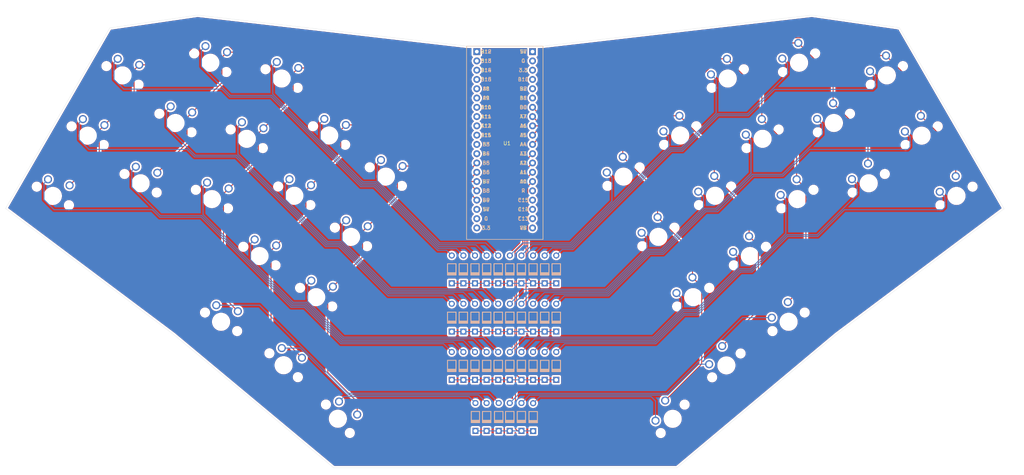
<source format=kicad_pcb>
(kicad_pcb (version 20171130) (host pcbnew 5.1.9)
  (layers (0 F.Cu signal) (31 B.Cu signal) (34 B.Paste user) (35 F.Paste user) (36 B.SilkS user) (37 F.SilkS user) (38 B.Mask user) (39 F.Mask user) (44 Edge.Cuts user))
  (net 0 "")
  (net 1 "Net-(diode1-Pad2)")
  (net 2 "Net-(diode2-Pad2)")
  (net 3 "Net-(diode3-Pad2)")
  (net 4 "Net-(diode4-Pad2)")
  (net 5 "Net-(diode5-Pad2)")
  (net 6 "Net-(diode6-Pad2)")
  (net 7 "Net-(diode7-Pad2)")
  (net 8 "Net-(diode8-Pad2)")
  (net 9 "Net-(diode9-Pad2)")
  (net 10 "Net-(diode10-Pad2)")
  (net 11 "Net-(diode11-Pad2)")
  (net 12 "Net-(diode12-Pad2)")
  (net 13 "Net-(diode13-Pad2)")
  (net 14 "Net-(diode14-Pad2)")
  (net 15 "Net-(diode15-Pad2)")
  (net 16 "Net-(diode16-Pad2)")
  (net 17 "Net-(diode17-Pad2)")
  (net 18 "Net-(diode18-Pad2)")
  (net 19 "Net-(diode19-Pad2)")
  (net 20 "Net-(diode20-Pad2)")
  (net 21 "Net-(diode21-Pad2)")
  (net 22 "Net-(diode22-Pad2)")
  (net 23 "Net-(diode23-Pad2)")
  (net 24 "Net-(diode24-Pad2)")
  (net 25 "Net-(diode25-Pad2)")
  (net 26 "Net-(diode26-Pad2)")
  (net 27 "Net-(diode27-Pad2)")
  (net 28 "Net-(diode28-Pad2)")
  (net 29 "Net-(diode29-Pad2)")
  (net 30 "Net-(diode30-Pad2)")
  (net 31 "Net-(diode31-Pad2)")
  (net 32 "Net-(diode32-Pad2)")
  (net 33 "Net-(diode33-Pad2)")
  (net 34 "Net-(diode34-Pad2)")
  (net 35 "Net-(diode35-Pad2)")
  (net 36 "Net-(diode36-Pad2)")
  (net 37 ROW0)
  (net 38 ROW1)
  (net 39 ROW2)
  (net 40 ROW3)
  (net 41 COL0)
  (net 42 COL1)
  (net 43 COL2)
  (net 44 COL3)
  (net 45 COL4)
  (net 46 COL5)
  (net 47 COL6)
  (net 48 COL7)
  (net 49 COL8)
  (net 50 COL9)
  (module simpleton:1u-minimal (layer F.Cu) (at 220.62 93.08 30)
    (fp_text reference switch36 hide)
    (fp_text value switch hide)
    (pad 2 thru_hole circle (at 2.52 -4.79 30) (size 2.2 2.2) (drill 1.5) (layers *.Cu *.Mask) (net 48 COL7))
    (pad 1 thru_hole circle (at -3.405 -3.27 59) (size 2.2 2.2) (drill 1.5) (layers *.Cu *.Mask) (net 36 "Net-(diode36-Pad2)"))
    (pad HOLE np_thru_hole circle (at 5.08 0 30) (size 1.8 1.8) (drill 1.8) (layers *.Cu *.Mask))
    (pad HOLE np_thru_hole circle (at -5.08 0 30) (size 1.8 1.8) (drill 1.8) (layers *.Cu *.Mask))
    (pad HOLE np_thru_hole circle (at 0 0 30) (size 3.9878 3.9878) (drill 3.9878) (layers *.Cu *.Mask))
  )
  (module simpleton:1u-minimal (layer F.Cu) (at 203.61 105.01 40)
    (fp_text reference switch35 hide)
    (fp_text value switch hide)
    (pad 2 thru_hole circle (at 2.52 -4.79 40) (size 2.2 2.2) (drill 1.5) (layers *.Cu *.Mask) (net 47 COL6))
    (pad 1 thru_hole circle (at -3.405 -3.27 69) (size 2.2 2.2) (drill 1.5) (layers *.Cu *.Mask) (net 35 "Net-(diode35-Pad2)"))
    (pad HOLE np_thru_hole circle (at 5.08 0 40) (size 1.8 1.8) (drill 1.8) (layers *.Cu *.Mask))
    (pad HOLE np_thru_hole circle (at -5.08 0 40) (size 1.8 1.8) (drill 1.8) (layers *.Cu *.Mask))
    (pad HOLE np_thru_hole circle (at 0 0 40) (size 3.9878 3.9878) (drill 3.9878) (layers *.Cu *.Mask))
  )
  (module simpleton:1u-minimal (layer F.Cu) (at 188.9252 119.634 50)
    (fp_text reference switch34 hide)
    (fp_text value switch hide)
    (pad 2 thru_hole circle (at 2.52 -4.79 50) (size 2.2 2.2) (drill 1.5) (layers *.Cu *.Mask) (net 46 COL5))
    (pad 1 thru_hole circle (at -3.405 -3.27 79) (size 2.2 2.2) (drill 1.5) (layers *.Cu *.Mask) (net 34 "Net-(diode34-Pad2)"))
    (pad HOLE np_thru_hole circle (at 5.08 0 50) (size 1.8 1.8) (drill 1.8) (layers *.Cu *.Mask))
    (pad HOLE np_thru_hole circle (at -5.08 0 50) (size 1.8 1.8) (drill 1.8) (layers *.Cu *.Mask))
    (pad HOLE np_thru_hole circle (at 0 0 50) (size 3.9878 3.9878) (drill 3.9878) (layers *.Cu *.Mask))
  )
  (module simpleton:1u-minimal (layer F.Cu) (at 97.38 119.61 310)
    (fp_text reference switch33 hide)
    (fp_text value switch hide)
    (pad 2 thru_hole circle (at 2.52 -4.79 310) (size 2.2 2.2) (drill 1.5) (layers *.Cu *.Mask) (net 45 COL4))
    (pad 1 thru_hole circle (at -3.405 -3.27 339) (size 2.2 2.2) (drill 1.5) (layers *.Cu *.Mask) (net 33 "Net-(diode33-Pad2)"))
    (pad HOLE np_thru_hole circle (at 5.08 0 310) (size 1.8 1.8) (drill 1.8) (layers *.Cu *.Mask))
    (pad HOLE np_thru_hole circle (at -5.08 0 310) (size 1.8 1.8) (drill 1.8) (layers *.Cu *.Mask))
    (pad HOLE np_thru_hole circle (at 0 0 310) (size 3.9878 3.9878) (drill 3.9878) (layers *.Cu *.Mask))
  )
  (module simpleton:1u-minimal (layer F.Cu) (at 82.55 104.97 320)
    (fp_text reference switch32 hide)
    (fp_text value switch hide)
    (pad 2 thru_hole circle (at 2.52 -4.79 320) (size 2.2 2.2) (drill 1.5) (layers *.Cu *.Mask) (net 44 COL3))
    (pad 1 thru_hole circle (at -3.405 -3.27 349) (size 2.2 2.2) (drill 1.5) (layers *.Cu *.Mask) (net 32 "Net-(diode32-Pad2)"))
    (pad HOLE np_thru_hole circle (at 5.08 0 320) (size 1.8 1.8) (drill 1.8) (layers *.Cu *.Mask))
    (pad HOLE np_thru_hole circle (at -5.08 0 320) (size 1.8 1.8) (drill 1.8) (layers *.Cu *.Mask))
    (pad HOLE np_thru_hole circle (at 0 0 320) (size 3.9878 3.9878) (drill 3.9878) (layers *.Cu *.Mask))
  )
  (module simpleton:1u-minimal (layer F.Cu) (at 65.45 93.08 330)
    (fp_text reference switch31 hide)
    (fp_text value switch hide)
    (pad 2 thru_hole circle (at 2.52 -4.79 330) (size 2.2 2.2) (drill 1.5) (layers *.Cu *.Mask) (net 43 COL2))
    (pad 1 thru_hole circle (at -3.405 -3.27 359) (size 2.2 2.2) (drill 1.5) (layers *.Cu *.Mask) (net 31 "Net-(diode31-Pad2)"))
    (pad HOLE np_thru_hole circle (at 5.08 0 330) (size 1.8 1.8) (drill 1.8) (layers *.Cu *.Mask))
    (pad HOLE np_thru_hole circle (at -5.08 0 330) (size 1.8 1.8) (drill 1.8) (layers *.Cu *.Mask))
    (pad HOLE np_thru_hole circle (at 0 0 330) (size 3.9878 3.9878) (drill 3.9878) (layers *.Cu *.Mask))
  )
  (module simpleton:1u-minimal (layer F.Cu) (at 266.528 58.625566 30)
    (fp_text reference switch30 hide)
    (fp_text value switch hide)
    (pad 2 thru_hole circle (at 2.52 -4.79 30) (size 2.2 2.2) (drill 1.5) (layers *.Cu *.Mask) (net 50 COL9))
    (pad 1 thru_hole circle (at -3.405 -3.27 59) (size 2.2 2.2) (drill 1.5) (layers *.Cu *.Mask) (net 30 "Net-(diode30-Pad2)"))
    (pad HOLE np_thru_hole circle (at 5.08 0 30) (size 1.8 1.8) (drill 1.8) (layers *.Cu *.Mask))
    (pad HOLE np_thru_hole circle (at -5.08 0 30) (size 1.8 1.8) (drill 1.8) (layers *.Cu *.Mask))
    (pad HOLE np_thru_hole circle (at 0 0 30) (size 3.9878 3.9878) (drill 3.9878) (layers *.Cu *.Mask))
  )
  (module simpleton:1u-minimal (layer F.Cu) (at 242.531 55.160566 30)
    (fp_text reference switch29 hide)
    (fp_text value switch hide)
    (pad 2 thru_hole circle (at 2.52 -4.79 30) (size 2.2 2.2) (drill 1.5) (layers *.Cu *.Mask) (net 49 COL8))
    (pad 1 thru_hole circle (at -3.405 -3.27 59) (size 2.2 2.2) (drill 1.5) (layers *.Cu *.Mask) (net 29 "Net-(diode29-Pad2)"))
    (pad HOLE np_thru_hole circle (at 5.08 0 30) (size 1.8 1.8) (drill 1.8) (layers *.Cu *.Mask))
    (pad HOLE np_thru_hole circle (at -5.08 0 30) (size 1.8 1.8) (drill 1.8) (layers *.Cu *.Mask))
    (pad HOLE np_thru_hole circle (at 0 0 30) (size 3.9878 3.9878) (drill 3.9878) (layers *.Cu *.Mask))
  )
  (module simpleton:1u-minimal (layer F.Cu) (at 223.034 59.489566 30)
    (fp_text reference switch28 hide)
    (fp_text value switch hide)
    (pad 2 thru_hole circle (at 2.52 -4.79 30) (size 2.2 2.2) (drill 1.5) (layers *.Cu *.Mask) (net 48 COL7))
    (pad 1 thru_hole circle (at -3.405 -3.27 59) (size 2.2 2.2) (drill 1.5) (layers *.Cu *.Mask) (net 28 "Net-(diode28-Pad2)"))
    (pad HOLE np_thru_hole circle (at 5.08 0 30) (size 1.8 1.8) (drill 1.8) (layers *.Cu *.Mask))
    (pad HOLE np_thru_hole circle (at -5.08 0 30) (size 1.8 1.8) (drill 1.8) (layers *.Cu *.Mask))
    (pad HOLE np_thru_hole circle (at 0 0 30) (size 3.9878 3.9878) (drill 3.9878) (layers *.Cu *.Mask))
  )
  (module simpleton:1u-minimal (layer F.Cu) (at 210.037 75.077566 30)
    (fp_text reference switch27 hide)
    (fp_text value switch hide)
    (pad 2 thru_hole circle (at 2.52 -4.79 30) (size 2.2 2.2) (drill 1.5) (layers *.Cu *.Mask) (net 47 COL6))
    (pad 1 thru_hole circle (at -3.405 -3.27 59) (size 2.2 2.2) (drill 1.5) (layers *.Cu *.Mask) (net 27 "Net-(diode27-Pad2)"))
    (pad HOLE np_thru_hole circle (at 5.08 0 30) (size 1.8 1.8) (drill 1.8) (layers *.Cu *.Mask))
    (pad HOLE np_thru_hole circle (at -5.08 0 30) (size 1.8 1.8) (drill 1.8) (layers *.Cu *.Mask))
    (pad HOLE np_thru_hole circle (at 0 0 30) (size 3.9878 3.9878) (drill 3.9878) (layers *.Cu *.Mask))
  )
  (module simpleton:1u-minimal (layer F.Cu) (at 194.54 86.335566 30)
    (fp_text reference switch26 hide)
    (fp_text value switch hide)
    (pad 2 thru_hole circle (at 2.52 -4.79 30) (size 2.2 2.2) (drill 1.5) (layers *.Cu *.Mask) (net 46 COL5))
    (pad 1 thru_hole circle (at -3.405 -3.27 59) (size 2.2 2.2) (drill 1.5) (layers *.Cu *.Mask) (net 26 "Net-(diode26-Pad2)"))
    (pad HOLE np_thru_hole circle (at 5.08 0 30) (size 1.8 1.8) (drill 1.8) (layers *.Cu *.Mask))
    (pad HOLE np_thru_hole circle (at -5.08 0 30) (size 1.8 1.8) (drill 1.8) (layers *.Cu *.Mask))
    (pad HOLE np_thru_hole circle (at 0 0 30) (size 3.9878 3.9878) (drill 3.9878) (layers *.Cu *.Mask))
  )
  (module simpleton:1u-minimal (layer F.Cu) (at 91.439998 86.335566 330)
    (fp_text reference switch25 hide)
    (fp_text value switch hide)
    (pad 2 thru_hole circle (at 2.52 -4.79 330) (size 2.2 2.2) (drill 1.5) (layers *.Cu *.Mask) (net 45 COL4))
    (pad 1 thru_hole circle (at -3.405 -3.27 359) (size 2.2 2.2) (drill 1.5) (layers *.Cu *.Mask) (net 25 "Net-(diode25-Pad2)"))
    (pad HOLE np_thru_hole circle (at 5.08 0 330) (size 1.8 1.8) (drill 1.8) (layers *.Cu *.Mask))
    (pad HOLE np_thru_hole circle (at -5.08 0 330) (size 1.8 1.8) (drill 1.8) (layers *.Cu *.Mask))
    (pad HOLE np_thru_hole circle (at 0 0 330) (size 3.9878 3.9878) (drill 3.9878) (layers *.Cu *.Mask))
  )
  (module simpleton:1u-minimal (layer F.Cu) (at 75.941998 75.077566 330)
    (fp_text reference switch24 hide)
    (fp_text value switch hide)
    (pad 2 thru_hole circle (at 2.52 -4.79 330) (size 2.2 2.2) (drill 1.5) (layers *.Cu *.Mask) (net 44 COL3))
    (pad 1 thru_hole circle (at -3.405 -3.27 359) (size 2.2 2.2) (drill 1.5) (layers *.Cu *.Mask) (net 24 "Net-(diode24-Pad2)"))
    (pad HOLE np_thru_hole circle (at 5.08 0 330) (size 1.8 1.8) (drill 1.8) (layers *.Cu *.Mask))
    (pad HOLE np_thru_hole circle (at -5.08 0 330) (size 1.8 1.8) (drill 1.8) (layers *.Cu *.Mask))
    (pad HOLE np_thru_hole circle (at 0 0 330) (size 3.9878 3.9878) (drill 3.9878) (layers *.Cu *.Mask))
  )
  (module simpleton:1u-minimal (layer F.Cu) (at 62.943998 59.489566 330)
    (fp_text reference switch23 hide)
    (fp_text value switch hide)
    (pad 2 thru_hole circle (at 2.52 -4.79 330) (size 2.2 2.2) (drill 1.5) (layers *.Cu *.Mask) (net 43 COL2))
    (pad 1 thru_hole circle (at -3.405 -3.27 359) (size 2.2 2.2) (drill 1.5) (layers *.Cu *.Mask) (net 23 "Net-(diode23-Pad2)"))
    (pad HOLE np_thru_hole circle (at 5.08 0 330) (size 1.8 1.8) (drill 1.8) (layers *.Cu *.Mask))
    (pad HOLE np_thru_hole circle (at -5.08 0 330) (size 1.8 1.8) (drill 1.8) (layers *.Cu *.Mask))
    (pad HOLE np_thru_hole circle (at 0 0 330) (size 3.9878 3.9878) (drill 3.9878) (layers *.Cu *.Mask))
  )
  (module simpleton:1u-minimal (layer F.Cu) (at 43.445998 55.160566 330)
    (fp_text reference switch22 hide)
    (fp_text value switch hide)
    (pad 2 thru_hole circle (at 2.52 -4.79 330) (size 2.2 2.2) (drill 1.5) (layers *.Cu *.Mask) (net 42 COL1))
    (pad 1 thru_hole circle (at -3.405 -3.27 359) (size 2.2 2.2) (drill 1.5) (layers *.Cu *.Mask) (net 22 "Net-(diode22-Pad2)"))
    (pad HOLE np_thru_hole circle (at 5.08 0 330) (size 1.8 1.8) (drill 1.8) (layers *.Cu *.Mask))
    (pad HOLE np_thru_hole circle (at -5.08 0 330) (size 1.8 1.8) (drill 1.8) (layers *.Cu *.Mask))
    (pad HOLE np_thru_hole circle (at 0 0 330) (size 3.9878 3.9878) (drill 3.9878) (layers *.Cu *.Mask))
  )
  (module simpleton:1u-minimal (layer F.Cu) (at 19.447998 58.625566 330)
    (fp_text reference switch21 hide)
    (fp_text value switch hide)
    (pad 2 thru_hole circle (at 2.52 -4.79 330) (size 2.2 2.2) (drill 1.5) (layers *.Cu *.Mask) (net 41 COL0))
    (pad 1 thru_hole circle (at -3.405 -3.27 359) (size 2.2 2.2) (drill 1.5) (layers *.Cu *.Mask) (net 21 "Net-(diode21-Pad2)"))
    (pad HOLE np_thru_hole circle (at 5.08 0 330) (size 1.8 1.8) (drill 1.8) (layers *.Cu *.Mask))
    (pad HOLE np_thru_hole circle (at -5.08 0 330) (size 1.8 1.8) (drill 1.8) (layers *.Cu *.Mask))
    (pad HOLE np_thru_hole circle (at 0 0 330) (size 3.9878 3.9878) (drill 3.9878) (layers *.Cu *.Mask))
  )
  (module simpleton:1u-minimal (layer F.Cu) (at 257.003 42.127783 30)
    (fp_text reference switch20 hide)
    (fp_text value switch hide)
    (pad 2 thru_hole circle (at 2.52 -4.79 30) (size 2.2 2.2) (drill 1.5) (layers *.Cu *.Mask) (net 50 COL9))
    (pad 1 thru_hole circle (at -3.405 -3.27 59) (size 2.2 2.2) (drill 1.5) (layers *.Cu *.Mask) (net 20 "Net-(diode20-Pad2)"))
    (pad HOLE np_thru_hole circle (at 5.08 0 30) (size 1.8 1.8) (drill 1.8) (layers *.Cu *.Mask))
    (pad HOLE np_thru_hole circle (at -5.08 0 30) (size 1.8 1.8) (drill 1.8) (layers *.Cu *.Mask))
    (pad HOLE np_thru_hole circle (at 0 0 30) (size 3.9878 3.9878) (drill 3.9878) (layers *.Cu *.Mask))
  )
  (module simpleton:1u-minimal (layer F.Cu) (at 233.006 38.662783 30)
    (fp_text reference switch19 hide)
    (fp_text value switch hide)
    (pad 2 thru_hole circle (at 2.52 -4.79 30) (size 2.2 2.2) (drill 1.5) (layers *.Cu *.Mask) (net 49 COL8))
    (pad 1 thru_hole circle (at -3.405 -3.27 59) (size 2.2 2.2) (drill 1.5) (layers *.Cu *.Mask) (net 19 "Net-(diode19-Pad2)"))
    (pad HOLE np_thru_hole circle (at 5.08 0 30) (size 1.8 1.8) (drill 1.8) (layers *.Cu *.Mask))
    (pad HOLE np_thru_hole circle (at -5.08 0 30) (size 1.8 1.8) (drill 1.8) (layers *.Cu *.Mask))
    (pad HOLE np_thru_hole circle (at 0 0 30) (size 3.9878 3.9878) (drill 3.9878) (layers *.Cu *.Mask))
  )
  (module simpleton:1u-minimal (layer F.Cu) (at 213.509 42.991783 30)
    (fp_text reference switch18 hide)
    (fp_text value switch hide)
    (pad 2 thru_hole circle (at 2.52 -4.79 30) (size 2.2 2.2) (drill 1.5) (layers *.Cu *.Mask) (net 48 COL7))
    (pad 1 thru_hole circle (at -3.405 -3.27 59) (size 2.2 2.2) (drill 1.5) (layers *.Cu *.Mask) (net 18 "Net-(diode18-Pad2)"))
    (pad HOLE np_thru_hole circle (at 5.08 0 30) (size 1.8 1.8) (drill 1.8) (layers *.Cu *.Mask))
    (pad HOLE np_thru_hole circle (at -5.08 0 30) (size 1.8 1.8) (drill 1.8) (layers *.Cu *.Mask))
    (pad HOLE np_thru_hole circle (at 0 0 30) (size 3.9878 3.9878) (drill 3.9878) (layers *.Cu *.Mask))
  )
  (module simpleton:1u-minimal (layer F.Cu) (at 200.512 58.579783 30)
    (fp_text reference switch17 hide)
    (fp_text value switch hide)
    (pad 2 thru_hole circle (at 2.52 -4.79 30) (size 2.2 2.2) (drill 1.5) (layers *.Cu *.Mask) (net 47 COL6))
    (pad 1 thru_hole circle (at -3.405 -3.27 59) (size 2.2 2.2) (drill 1.5) (layers *.Cu *.Mask) (net 17 "Net-(diode17-Pad2)"))
    (pad HOLE np_thru_hole circle (at 5.08 0 30) (size 1.8 1.8) (drill 1.8) (layers *.Cu *.Mask))
    (pad HOLE np_thru_hole circle (at -5.08 0 30) (size 1.8 1.8) (drill 1.8) (layers *.Cu *.Mask))
    (pad HOLE np_thru_hole circle (at 0 0 30) (size 3.9878 3.9878) (drill 3.9878) (layers *.Cu *.Mask))
  )
  (module simpleton:1u-minimal (layer F.Cu) (at 185.015 69.837783 30)
    (fp_text reference switch16 hide)
    (fp_text value switch hide)
    (pad 2 thru_hole circle (at 2.52 -4.79 30) (size 2.2 2.2) (drill 1.5) (layers *.Cu *.Mask) (net 46 COL5))
    (pad 1 thru_hole circle (at -3.405 -3.27 59) (size 2.2 2.2) (drill 1.5) (layers *.Cu *.Mask) (net 16 "Net-(diode16-Pad2)"))
    (pad HOLE np_thru_hole circle (at 5.08 0 30) (size 1.8 1.8) (drill 1.8) (layers *.Cu *.Mask))
    (pad HOLE np_thru_hole circle (at -5.08 0 30) (size 1.8 1.8) (drill 1.8) (layers *.Cu *.Mask))
    (pad HOLE np_thru_hole circle (at 0 0 30) (size 3.9878 3.9878) (drill 3.9878) (layers *.Cu *.Mask))
  )
  (module simpleton:1u-minimal (layer F.Cu) (at 100.964999 69.837783 330)
    (fp_text reference switch15 hide)
    (fp_text value switch hide)
    (pad 2 thru_hole circle (at 2.52 -4.79 330) (size 2.2 2.2) (drill 1.5) (layers *.Cu *.Mask) (net 45 COL4))
    (pad 1 thru_hole circle (at -3.405 -3.27 359) (size 2.2 2.2) (drill 1.5) (layers *.Cu *.Mask) (net 15 "Net-(diode15-Pad2)"))
    (pad HOLE np_thru_hole circle (at 5.08 0 330) (size 1.8 1.8) (drill 1.8) (layers *.Cu *.Mask))
    (pad HOLE np_thru_hole circle (at -5.08 0 330) (size 1.8 1.8) (drill 1.8) (layers *.Cu *.Mask))
    (pad HOLE np_thru_hole circle (at 0 0 330) (size 3.9878 3.9878) (drill 3.9878) (layers *.Cu *.Mask))
  )
  (module simpleton:1u-minimal (layer F.Cu) (at 85.466999 58.579783 330)
    (fp_text reference switch14 hide)
    (fp_text value switch hide)
    (pad 2 thru_hole circle (at 2.52 -4.79 330) (size 2.2 2.2) (drill 1.5) (layers *.Cu *.Mask) (net 44 COL3))
    (pad 1 thru_hole circle (at -3.405 -3.27 359) (size 2.2 2.2) (drill 1.5) (layers *.Cu *.Mask) (net 14 "Net-(diode14-Pad2)"))
    (pad HOLE np_thru_hole circle (at 5.08 0 330) (size 1.8 1.8) (drill 1.8) (layers *.Cu *.Mask))
    (pad HOLE np_thru_hole circle (at -5.08 0 330) (size 1.8 1.8) (drill 1.8) (layers *.Cu *.Mask))
    (pad HOLE np_thru_hole circle (at 0 0 330) (size 3.9878 3.9878) (drill 3.9878) (layers *.Cu *.Mask))
  )
  (module simpleton:1u-minimal (layer F.Cu) (at 72.468999 42.991783 330)
    (fp_text reference switch13 hide)
    (fp_text value switch hide)
    (pad 2 thru_hole circle (at 2.52 -4.79 330) (size 2.2 2.2) (drill 1.5) (layers *.Cu *.Mask) (net 43 COL2))
    (pad 1 thru_hole circle (at -3.405 -3.27 359) (size 2.2 2.2) (drill 1.5) (layers *.Cu *.Mask) (net 13 "Net-(diode13-Pad2)"))
    (pad HOLE np_thru_hole circle (at 5.08 0 330) (size 1.8 1.8) (drill 1.8) (layers *.Cu *.Mask))
    (pad HOLE np_thru_hole circle (at -5.08 0 330) (size 1.8 1.8) (drill 1.8) (layers *.Cu *.Mask))
    (pad HOLE np_thru_hole circle (at 0 0 330) (size 3.9878 3.9878) (drill 3.9878) (layers *.Cu *.Mask))
  )
  (module simpleton:1u-minimal (layer F.Cu) (at 52.970999 38.662783 330)
    (fp_text reference switch12 hide)
    (fp_text value switch hide)
    (pad 2 thru_hole circle (at 2.52 -4.79 330) (size 2.2 2.2) (drill 1.5) (layers *.Cu *.Mask) (net 42 COL1))
    (pad 1 thru_hole circle (at -3.405 -3.27 359) (size 2.2 2.2) (drill 1.5) (layers *.Cu *.Mask) (net 12 "Net-(diode12-Pad2)"))
    (pad HOLE np_thru_hole circle (at 5.08 0 330) (size 1.8 1.8) (drill 1.8) (layers *.Cu *.Mask))
    (pad HOLE np_thru_hole circle (at -5.08 0 330) (size 1.8 1.8) (drill 1.8) (layers *.Cu *.Mask))
    (pad HOLE np_thru_hole circle (at 0 0 330) (size 3.9878 3.9878) (drill 3.9878) (layers *.Cu *.Mask))
  )
  (module simpleton:1u-minimal (layer F.Cu) (at 28.972999 42.127783 330)
    (fp_text reference switch11 hide)
    (fp_text value switch hide)
    (pad 2 thru_hole circle (at 2.52 -4.79 330) (size 2.2 2.2) (drill 1.5) (layers *.Cu *.Mask) (net 41 COL0))
    (pad 1 thru_hole circle (at -3.405 -3.27 359) (size 2.2 2.2) (drill 1.5) (layers *.Cu *.Mask) (net 11 "Net-(diode11-Pad2)"))
    (pad HOLE np_thru_hole circle (at 5.08 0 330) (size 1.8 1.8) (drill 1.8) (layers *.Cu *.Mask))
    (pad HOLE np_thru_hole circle (at -5.08 0 330) (size 1.8 1.8) (drill 1.8) (layers *.Cu *.Mask))
    (pad HOLE np_thru_hole circle (at 0 0 330) (size 3.9878 3.9878) (drill 3.9878) (layers *.Cu *.Mask))
  )
  (module simpleton:1u-minimal (layer F.Cu) (at 247.478 25.63 30)
    (fp_text reference switch10 hide)
    (fp_text value switch hide)
    (pad 2 thru_hole circle (at 2.52 -4.79 30) (size 2.2 2.2) (drill 1.5) (layers *.Cu *.Mask) (net 50 COL9))
    (pad 1 thru_hole circle (at -3.405 -3.27 59) (size 2.2 2.2) (drill 1.5) (layers *.Cu *.Mask) (net 10 "Net-(diode10-Pad2)"))
    (pad HOLE np_thru_hole circle (at 5.08 0 30) (size 1.8 1.8) (drill 1.8) (layers *.Cu *.Mask))
    (pad HOLE np_thru_hole circle (at -5.08 0 30) (size 1.8 1.8) (drill 1.8) (layers *.Cu *.Mask))
    (pad HOLE np_thru_hole circle (at 0 0 30) (size 3.9878 3.9878) (drill 3.9878) (layers *.Cu *.Mask))
  )
  (module simpleton:1u-minimal (layer F.Cu) (at 223.481 22.165 30)
    (fp_text reference switch9 hide)
    (fp_text value switch hide)
    (pad 2 thru_hole circle (at 2.52 -4.79 30) (size 2.2 2.2) (drill 1.5) (layers *.Cu *.Mask) (net 49 COL8))
    (pad 1 thru_hole circle (at -3.405 -3.27 59) (size 2.2 2.2) (drill 1.5) (layers *.Cu *.Mask) (net 9 "Net-(diode9-Pad2)"))
    (pad HOLE np_thru_hole circle (at 5.08 0 30) (size 1.8 1.8) (drill 1.8) (layers *.Cu *.Mask))
    (pad HOLE np_thru_hole circle (at -5.08 0 30) (size 1.8 1.8) (drill 1.8) (layers *.Cu *.Mask))
    (pad HOLE np_thru_hole circle (at 0 0 30) (size 3.9878 3.9878) (drill 3.9878) (layers *.Cu *.Mask))
  )
  (module simpleton:1u-minimal (layer F.Cu) (at 203.984 26.494 30)
    (fp_text reference switch8 hide)
    (fp_text value switch hide)
    (pad 2 thru_hole circle (at 2.52 -4.79 30) (size 2.2 2.2) (drill 1.5) (layers *.Cu *.Mask) (net 48 COL7))
    (pad 1 thru_hole circle (at -3.405 -3.27 59) (size 2.2 2.2) (drill 1.5) (layers *.Cu *.Mask) (net 8 "Net-(diode8-Pad2)"))
    (pad HOLE np_thru_hole circle (at 5.08 0 30) (size 1.8 1.8) (drill 1.8) (layers *.Cu *.Mask))
    (pad HOLE np_thru_hole circle (at -5.08 0 30) (size 1.8 1.8) (drill 1.8) (layers *.Cu *.Mask))
    (pad HOLE np_thru_hole circle (at 0 0 30) (size 3.9878 3.9878) (drill 3.9878) (layers *.Cu *.Mask))
  )
  (module simpleton:1u-minimal (layer F.Cu) (at 190.987 42.082 30)
    (fp_text reference switch7 hide)
    (fp_text value switch hide)
    (pad 2 thru_hole circle (at 2.52 -4.79 30) (size 2.2 2.2) (drill 1.5) (layers *.Cu *.Mask) (net 47 COL6))
    (pad 1 thru_hole circle (at -3.405 -3.27 59) (size 2.2 2.2) (drill 1.5) (layers *.Cu *.Mask) (net 7 "Net-(diode7-Pad2)"))
    (pad HOLE np_thru_hole circle (at 5.08 0 30) (size 1.8 1.8) (drill 1.8) (layers *.Cu *.Mask))
    (pad HOLE np_thru_hole circle (at -5.08 0 30) (size 1.8 1.8) (drill 1.8) (layers *.Cu *.Mask))
    (pad HOLE np_thru_hole circle (at 0 0 30) (size 3.9878 3.9878) (drill 3.9878) (layers *.Cu *.Mask))
  )
  (module simpleton:1u-minimal (layer F.Cu) (at 175.49 53.34 30)
    (fp_text reference switch6 hide)
    (fp_text value switch hide)
    (pad 2 thru_hole circle (at 2.52 -4.79 30) (size 2.2 2.2) (drill 1.5) (layers *.Cu *.Mask) (net 46 COL5))
    (pad 1 thru_hole circle (at -3.405 -3.27 59) (size 2.2 2.2) (drill 1.5) (layers *.Cu *.Mask) (net 6 "Net-(diode6-Pad2)"))
    (pad HOLE np_thru_hole circle (at 5.08 0 30) (size 1.8 1.8) (drill 1.8) (layers *.Cu *.Mask))
    (pad HOLE np_thru_hole circle (at -5.08 0 30) (size 1.8 1.8) (drill 1.8) (layers *.Cu *.Mask))
    (pad HOLE np_thru_hole circle (at 0 0 30) (size 3.9878 3.9878) (drill 3.9878) (layers *.Cu *.Mask))
  )
  (module simpleton:1u-minimal (layer F.Cu) (at 110.49 53.34 330)
    (fp_text reference switch5 hide)
    (fp_text value switch hide)
    (pad 2 thru_hole circle (at 2.52 -4.79 330) (size 2.2 2.2) (drill 1.5) (layers *.Cu *.Mask) (net 45 COL4))
    (pad 1 thru_hole circle (at -3.405 -3.27 359) (size 2.2 2.2) (drill 1.5) (layers *.Cu *.Mask) (net 5 "Net-(diode5-Pad2)"))
    (pad HOLE np_thru_hole circle (at 5.08 0 330) (size 1.8 1.8) (drill 1.8) (layers *.Cu *.Mask))
    (pad HOLE np_thru_hole circle (at -5.08 0 330) (size 1.8 1.8) (drill 1.8) (layers *.Cu *.Mask))
    (pad HOLE np_thru_hole circle (at 0 0 330) (size 3.9878 3.9878) (drill 3.9878) (layers *.Cu *.Mask))
  )
  (module simpleton:1u-minimal (layer F.Cu) (at 94.992 42.082 330)
    (fp_text reference switch4 hide)
    (fp_text value switch hide)
    (pad 2 thru_hole circle (at 2.52 -4.79 330) (size 2.2 2.2) (drill 1.5) (layers *.Cu *.Mask) (net 44 COL3))
    (pad 1 thru_hole circle (at -3.405 -3.27 359) (size 2.2 2.2) (drill 1.5) (layers *.Cu *.Mask) (net 4 "Net-(diode4-Pad2)"))
    (pad HOLE np_thru_hole circle (at 5.08 0 330) (size 1.8 1.8) (drill 1.8) (layers *.Cu *.Mask))
    (pad HOLE np_thru_hole circle (at -5.08 0 330) (size 1.8 1.8) (drill 1.8) (layers *.Cu *.Mask))
    (pad HOLE np_thru_hole circle (at 0 0 330) (size 3.9878 3.9878) (drill 3.9878) (layers *.Cu *.Mask))
  )
  (module simpleton:1u-minimal (layer F.Cu) (at 81.994 26.494 330)
    (fp_text reference switch3 hide)
    (fp_text value switch hide)
    (pad 2 thru_hole circle (at 2.52 -4.79 330) (size 2.2 2.2) (drill 1.5) (layers *.Cu *.Mask) (net 43 COL2))
    (pad 1 thru_hole circle (at -3.405 -3.27 359) (size 2.2 2.2) (drill 1.5) (layers *.Cu *.Mask) (net 3 "Net-(diode3-Pad2)"))
    (pad HOLE np_thru_hole circle (at 5.08 0 330) (size 1.8 1.8) (drill 1.8) (layers *.Cu *.Mask))
    (pad HOLE np_thru_hole circle (at -5.08 0 330) (size 1.8 1.8) (drill 1.8) (layers *.Cu *.Mask))
    (pad HOLE np_thru_hole circle (at 0 0 330) (size 3.9878 3.9878) (drill 3.9878) (layers *.Cu *.Mask))
  )
  (module simpleton:1u-minimal (layer F.Cu) (at 62.496 22.165 330)
    (fp_text reference switch2 hide)
    (fp_text value switch hide)
    (pad 2 thru_hole circle (at 2.52 -4.79 330) (size 2.2 2.2) (drill 1.5) (layers *.Cu *.Mask) (net 42 COL1))
    (pad 1 thru_hole circle (at -3.405 -3.27 359) (size 2.2 2.2) (drill 1.5) (layers *.Cu *.Mask) (net 2 "Net-(diode2-Pad2)"))
    (pad HOLE np_thru_hole circle (at 5.08 0 330) (size 1.8 1.8) (drill 1.8) (layers *.Cu *.Mask))
    (pad HOLE np_thru_hole circle (at -5.08 0 330) (size 1.8 1.8) (drill 1.8) (layers *.Cu *.Mask))
    (pad HOLE np_thru_hole circle (at 0 0 330) (size 3.9878 3.9878) (drill 3.9878) (layers *.Cu *.Mask))
  )
  (module simpleton:1u-minimal (layer F.Cu) (at 38.498 25.63 330)
    (fp_text reference switch1 hide)
    (fp_text value switch hide)
    (pad 2 thru_hole circle (at 2.52 -4.79 330) (size 2.2 2.2) (drill 1.5) (layers *.Cu *.Mask) (net 41 COL0))
    (pad 1 thru_hole circle (at -3.405 -3.27 359) (size 2.2 2.2) (drill 1.5) (layers *.Cu *.Mask) (net 1 "Net-(diode1-Pad2)"))
    (pad HOLE np_thru_hole circle (at 5.08 0 330) (size 1.8 1.8) (drill 1.8) (layers *.Cu *.Mask))
    (pad HOLE np_thru_hole circle (at -5.08 0 330) (size 1.8 1.8) (drill 1.8) (layers *.Cu *.Mask))
    (pad HOLE np_thru_hole circle (at 0 0 330) (size 3.9878 3.9878) (drill 3.9878) (layers *.Cu *.Mask))
  )
  (module simpleton:diode (layer F.Cu) (at 144.3736 119.126 270)
    (fp_text reference diode36 hide)
    (fp_text value diode hide)
    (pad 1 thru_hole rect (at 3.81 0 270) (size 1.651 1.651) (drill 0.9906) (layers *.Cu *.Mask) (net 40 ROW3))
    (pad 2 thru_hole circle (at -3.81 0 270) (size 1.651 1.651) (drill 0.9906) (layers *.Cu *.Mask) (net 36 "Net-(diode36-Pad2)"))
  )
  (module simpleton:blackpill (layer F.Cu) (at 142.99 19.13)
    (fp_text reference U1 (at 0.635 25.1) (layer F.SilkS))
    (fp_text value blackpill)
    (fp_text user VB (at 5.08 48.26) (layer F.SilkS))
    (fp_text user R (at 5.08 38.1) (layer F.SilkS))
    (fp_text user G (at -5.08 45.72) (layer F.SilkS))
    (fp_text user G (at 5.08 2.54) (layer F.SilkS))
    (fp_text user C15 (at 5.08 40.64) (layer F.SilkS))
    (fp_text user C14 (at 5.08 43.18) (layer F.SilkS))
    (fp_text user C13 (at 5.08 45.72) (layer F.SilkS))
    (fp_text user B9 (at -5.08 40.64) (layer F.SilkS))
    (fp_text user B8 (at -5.08 38.1) (layer F.SilkS))
    (fp_text user B7 (at -5.08 35.56) (layer F.SilkS))
    (fp_text user B6 (at -5.08 33.02) (layer F.SilkS))
    (fp_text user B5 (at -5.08 30.48) (layer F.SilkS))
    (fp_text user B4 (at -5.08 27.94) (layer F.SilkS))
    (fp_text user B3 (at -5.08 25.4) (layer F.SilkS))
    (fp_text user B2 (at 5.08 10.16) (layer F.SilkS))
    (fp_text user B15 (at -5.08 7.62) (layer F.SilkS))
    (fp_text user B14 (at -5.08 5.08) (layer F.SilkS))
    (fp_text user B13 (at -5.08 2.54) (layer F.SilkS))
    (fp_text user B12 (at -5.08 0) (layer F.SilkS))
    (fp_text user B10 (at 5.08 7.62) (layer F.SilkS))
    (fp_text user B1 (at 5.08 12.7) (layer F.SilkS))
    (fp_text user B0 (at 5.08 15.24) (layer F.SilkS))
    (fp_text user A9 (at -5.08 12.7) (layer F.SilkS))
    (fp_text user A8 (at -5.08 10.16) (layer F.SilkS))
    (fp_text user A7 (at 5.08 17.78) (layer F.SilkS))
    (fp_text user A6 (at 5.08 20.32) (layer F.SilkS))
    (fp_text user A5 (at 5.08 22.86) (layer F.SilkS))
    (fp_text user A4 (at 5.08 25.4) (layer F.SilkS))
    (fp_text user A3 (at 5.08 27.94) (layer F.SilkS))
    (fp_text user A2 (at 5.08 30.48) (layer F.SilkS))
    (fp_text user A15 (at -5.08 22.86) (layer F.SilkS))
    (fp_text user A12 (at -5.08 20.32) (layer F.SilkS))
    (fp_text user A11 (at -5.08 17.78) (layer F.SilkS))
    (fp_text user A10 (at -5.08 15.24) (layer F.SilkS))
    (fp_text user A1 (at 5.08 33.02) (layer F.SilkS))
    (fp_text user A0 (at 5.08 35.56) (layer F.SilkS))
    (fp_text user 5V (at -5.08 43.18) (layer F.SilkS))
    (fp_text user 5V (at 5.08 0) (layer F.SilkS))
    (fp_text user 3.3 (at -5.08 48.26) (layer F.SilkS))
    (fp_text user 3.3 (at 5.08 5.08) (layer F.SilkS))
    (fp_text user VB (at 5.08 48.26) (layer B.SilkS) (effects (justify mirror)))
    (fp_text user R (at 5.08 38.1) (layer B.SilkS) (effects (justify mirror)))
    (fp_text user G (at -5.08 45.72) (layer B.SilkS) (effects (justify mirror)))
    (fp_text user G (at 5.08 2.54) (layer B.SilkS) (effects (justify mirror)))
    (fp_text user C15 (at 5.08 40.64) (layer B.SilkS) (effects (justify mirror)))
    (fp_text user C14 (at 5.08 43.18) (layer B.SilkS) (effects (justify mirror)))
    (fp_text user C13 (at 5.08 45.72) (layer B.SilkS) (effects (justify mirror)))
    (fp_text user B9 (at -5.08 40.64) (layer B.SilkS) (effects (justify mirror)))
    (fp_text user B8 (at -5.08 38.1) (layer B.SilkS) (effects (justify mirror)))
    (fp_text user B7 (at -5.08 35.56) (layer B.SilkS) (effects (justify mirror)))
    (fp_text user B6 (at -5.08 33.02) (layer B.SilkS) (effects (justify mirror)))
    (fp_text user B5 (at -5.08 30.48) (layer B.SilkS) (effects (justify mirror)))
    (fp_text user B4 (at -5.08 27.94) (layer B.SilkS) (effects (justify mirror)))
    (fp_text user B3 (at -5.08 25.4) (layer B.SilkS) (effects (justify mirror)))
    (fp_text user B2 (at 5.08 10.16) (layer B.SilkS) (effects (justify mirror)))
    (fp_text user B15 (at -5.08 7.62) (layer B.SilkS) (effects (justify mirror)))
    (fp_text user B14 (at -5.08 5.08) (layer B.SilkS) (effects (justify mirror)))
    (fp_text user B13 (at -5.08 2.54) (layer B.SilkS) (effects (justify mirror)))
    (fp_text user B12 (at -5.08 0) (layer B.SilkS) (effects (justify mirror)))
    (fp_text user B10 (at 5.08 7.62) (layer B.SilkS) (effects (justify mirror)))
    (fp_text user B1 (at 5.08 12.7) (layer B.SilkS) (effects (justify mirror)))
    (fp_text user B0 (at 5.08 15.24) (layer B.SilkS) (effects (justify mirror)))
    (fp_text user A9 (at -5.08 12.7) (layer B.SilkS) (effects (justify mirror)))
    (fp_text user A8 (at -5.08 10.16) (layer B.SilkS) (effects (justify mirror)))
    (fp_text user A7 (at 5.08 17.78) (layer B.SilkS) (effects (justify mirror)))
    (fp_text user A6 (at 5.08 20.32) (layer B.SilkS) (effects (justify mirror)))
    (fp_text user A5 (at 5.08 22.86) (layer B.SilkS) (effects (justify mirror)))
    (fp_text user A4 (at 5.08 25.4) (layer B.SilkS) (effects (justify mirror)))
    (fp_text user A3 (at 5.08 27.94) (layer B.SilkS) (effects (justify mirror)))
    (fp_text user A2 (at 5.08 30.48) (layer B.SilkS) (effects (justify mirror)))
    (fp_text user A15 (at -5.08 22.86) (layer B.SilkS) (effects (justify mirror)))
    (fp_text user A12 (at -5.08 20.32) (layer B.SilkS) (effects (justify mirror)))
    (fp_text user A11 (at -5.08 17.78) (layer B.SilkS) (effects (justify mirror)))
    (fp_text user A10 (at -5.08 15.24) (layer B.SilkS) (effects (justify mirror)))
    (fp_text user A1 (at 5.08 33.02) (layer B.SilkS) (effects (justify mirror)))
    (fp_text user A0 (at 5.08 35.56) (layer B.SilkS) (effects (justify mirror)))
    (fp_text user 5V (at -5.08 43.18) (layer B.SilkS) (effects (justify mirror)))
    (fp_text user 5V (at 5.08 0) (layer B.SilkS) (effects (justify mirror)))
    (fp_text user 3.3 (at -5.08 48.26) (layer B.SilkS) (effects (justify mirror)))
    (fp_text user 3.3 (at 5.08 5.08) (layer B.SilkS) (effects (justify mirror)))
    (pad 9 thru_hole circle (at -7.62 20.32) (size 1.8796 1.8796) (drill 1.016) (layers *.Cu *.Mask))
    (pad 8 thru_hole circle (at -7.62 17.78) (size 1.8796 1.8796) (drill 1.016) (layers *.Cu *.Mask))
    (pad 7 thru_hole circle (at -7.62 15.24) (size 1.8796 1.8796) (drill 1.016) (layers *.Cu *.Mask))
    (pad 6 thru_hole circle (at -7.62 12.7) (size 1.8796 1.8796) (drill 1.016) (layers *.Cu *.Mask))
    (pad 5 thru_hole circle (at -7.62 10.16) (size 1.8796 1.8796) (drill 1.016) (layers *.Cu *.Mask))
    (pad 40 thru_hole rect (at 7.62 0) (size 1.8796 1.8796) (drill 1.016) (layers *.Cu *.Mask))
    (pad 4 thru_hole circle (at -7.62 7.62) (size 1.8796 1.8796) (drill 1.016) (layers *.Cu *.Mask))
    (pad 39 thru_hole circle (at 7.62 2.54) (size 1.8796 1.8796) (drill 1.016) (layers *.Cu *.Mask))
    (pad 38 thru_hole circle (at 7.62 5.08) (size 1.8796 1.8796) (drill 1.016) (layers *.Cu *.Mask))
    (pad 37 thru_hole circle (at 7.62 7.62) (size 1.8796 1.8796) (drill 1.016) (layers *.Cu *.Mask))
    (pad 36 thru_hole circle (at 7.62 10.16) (size 1.8796 1.8796) (drill 1.016) (layers *.Cu *.Mask))
    (pad 35 thru_hole circle (at 7.62 12.7) (size 1.8796 1.8796) (drill 1.016) (layers *.Cu *.Mask))
    (pad 34 thru_hole circle (at 7.62 15.24) (size 1.8796 1.8796) (drill 1.016) (layers *.Cu *.Mask) (net 50 COL9))
    (pad 33 thru_hole circle (at 7.62 17.78) (size 1.8796 1.8796) (drill 1.016) (layers *.Cu *.Mask) (net 49 COL8))
    (pad 32 thru_hole circle (at 7.62 20.32) (size 1.8796 1.8796) (drill 1.016) (layers *.Cu *.Mask) (net 48 COL7))
    (pad 31 thru_hole circle (at 7.62 22.86) (size 1.8796 1.8796) (drill 1.016) (layers *.Cu *.Mask) (net 47 COL6))
    (pad 30 thru_hole circle (at 7.62 25.4) (size 1.8796 1.8796) (drill 1.016) (layers *.Cu *.Mask) (net 46 COL5))
    (pad 3 thru_hole circle (at -7.62 5.08) (size 1.8796 1.8796) (drill 1.016) (layers *.Cu *.Mask))
    (pad 29 thru_hole circle (at 7.62 27.94) (size 1.8796 1.8796) (drill 1.016) (layers *.Cu *.Mask) (net 40 ROW3))
    (pad 28 thru_hole circle (at 7.62 30.48) (size 1.8796 1.8796) (drill 1.016) (layers *.Cu *.Mask) (net 39 ROW2))
    (pad 27 thru_hole circle (at 7.62 33.02) (size 1.8796 1.8796) (drill 1.016) (layers *.Cu *.Mask) (net 38 ROW1))
    (pad 26 thru_hole circle (at 7.62 35.56) (size 1.8796 1.8796) (drill 1.016) (layers *.Cu *.Mask) (net 37 ROW0))
    (pad 25 thru_hole circle (at 7.62 38.1) (size 1.8796 1.8796) (drill 1.016) (layers *.Cu *.Mask))
    (pad 24 thru_hole circle (at 7.62 40.64) (size 1.8796 1.8796) (drill 1.016) (layers *.Cu *.Mask))
    (pad 23 thru_hole circle (at 7.62 43.18) (size 1.8796 1.8796) (drill 1.016) (layers *.Cu *.Mask))
    (pad 22 thru_hole circle (at 7.62 45.72) (size 1.8796 1.8796) (drill 1.016) (layers *.Cu *.Mask))
    (pad 21 thru_hole circle (at 7.62 48.26) (size 1.8796 1.8796) (drill 1.016) (layers *.Cu *.Mask))
    (pad 20 thru_hole circle (at -7.62 48.26) (size 1.8796 1.8796) (drill 1.016) (layers *.Cu *.Mask))
    (pad 2 thru_hole circle (at -7.62 2.54) (size 1.8796 1.8796) (drill 1.016) (layers *.Cu *.Mask))
    (pad 19 thru_hole circle (at -7.62 45.72) (size 1.8796 1.8796) (drill 1.016) (layers *.Cu *.Mask))
    (pad 18 thru_hole circle (at -7.62 43.18) (size 1.8796 1.8796) (drill 1.016) (layers *.Cu *.Mask))
    (pad 17 thru_hole circle (at -7.62 40.64) (size 1.8796 1.8796) (drill 1.016) (layers *.Cu *.Mask) (net 45 COL4))
    (pad 16 thru_hole circle (at -7.62 38.1) (size 1.8796 1.8796) (drill 1.016) (layers *.Cu *.Mask) (net 44 COL3))
    (pad 15 thru_hole circle (at -7.62 35.56) (size 1.8796 1.8796) (drill 1.016) (layers *.Cu *.Mask) (net 43 COL2))
    (pad 14 thru_hole circle (at -7.62 33.02) (size 1.8796 1.8796) (drill 1.016) (layers *.Cu *.Mask) (net 42 COL1))
    (pad 13 thru_hole circle (at -7.62 30.48) (size 1.8796 1.8796) (drill 1.016) (layers *.Cu *.Mask) (net 41 COL0))
    (pad 12 thru_hole circle (at -7.62 27.94) (size 1.8796 1.8796) (drill 1.016) (layers *.Cu *.Mask))
    (pad 11 thru_hole circle (at -7.62 25.4) (size 1.8796 1.8796) (drill 1.016) (layers *.Cu *.Mask))
    (pad 10 thru_hole circle (at -7.62 22.86) (size 1.8796 1.8796) (drill 1.016) (layers *.Cu *.Mask))
    (pad 1 thru_hole rect (at -7.62 0) (size 1.8796 1.8796) (drill 1.016) (layers *.Cu *.Mask))
  )
  (module simpleton:diode (layer F.Cu) (at 147.574 119.126 270)
    (fp_text reference diode35 hide)
    (fp_text value diode hide)
    (pad 1 thru_hole rect (at 3.81 0 270) (size 1.651 1.651) (drill 0.9906) (layers *.Cu *.Mask) (net 40 ROW3))
    (pad 2 thru_hole circle (at -3.81 0 270) (size 1.651 1.651) (drill 0.9906) (layers *.Cu *.Mask) (net 35 "Net-(diode35-Pad2)"))
  )
  (module simpleton:diode (layer F.Cu) (at 150.7744 119.1768 270)
    (fp_text reference diode34 hide)
    (fp_text value diode hide)
    (pad 1 thru_hole rect (at 3.81 0 270) (size 1.651 1.651) (drill 0.9906) (layers *.Cu *.Mask) (net 40 ROW3))
    (pad 2 thru_hole circle (at -3.81 0 270) (size 1.651 1.651) (drill 0.9906) (layers *.Cu *.Mask) (net 34 "Net-(diode34-Pad2)"))
  )
  (module simpleton:diode (layer F.Cu) (at 135.001 119.126 270)
    (fp_text reference diode33 hide)
    (fp_text value diode hide)
    (pad 1 thru_hole rect (at 3.81 0 270) (size 1.651 1.651) (drill 0.9906) (layers *.Cu *.Mask) (net 40 ROW3))
    (pad 2 thru_hole circle (at -3.81 0 270) (size 1.651 1.651) (drill 0.9906) (layers *.Cu *.Mask) (net 33 "Net-(diode33-Pad2)"))
  )
  (module simpleton:diode (layer F.Cu) (at 138.049 119.126 270)
    (fp_text reference diode32 hide)
    (fp_text value diode hide)
    (pad 1 thru_hole rect (at 3.81 0 270) (size 1.651 1.651) (drill 0.9906) (layers *.Cu *.Mask) (net 40 ROW3))
    (pad 2 thru_hole circle (at -3.81 0 270) (size 1.651 1.651) (drill 0.9906) (layers *.Cu *.Mask) (net 32 "Net-(diode32-Pad2)"))
  )
  (module simpleton:diode (layer F.Cu) (at 141.351 119.126 270)
    (fp_text reference diode31 hide)
    (fp_text value diode hide)
    (pad 1 thru_hole rect (at 3.81 0 270) (size 1.651 1.651) (drill 0.9906) (layers *.Cu *.Mask) (net 40 ROW3))
    (pad 2 thru_hole circle (at -3.81 0 270) (size 1.651 1.651) (drill 0.9906) (layers *.Cu *.Mask) (net 31 "Net-(diode31-Pad2)"))
  )
  (module simpleton:diode (layer F.Cu) (at 157.099 105.156 270)
    (fp_text reference diode30 hide)
    (fp_text value diode hide)
    (pad 1 thru_hole rect (at 3.81 0 270) (size 1.651 1.651) (drill 0.9906) (layers *.Cu *.Mask) (net 39 ROW2))
    (pad 2 thru_hole circle (at -3.81 0 270) (size 1.651 1.651) (drill 0.9906) (layers *.Cu *.Mask) (net 30 "Net-(diode30-Pad2)"))
  )
  (module simpleton:diode (layer F.Cu) (at 153.924 105.156 270)
    (fp_text reference diode29 hide)
    (fp_text value diode hide)
    (pad 1 thru_hole rect (at 3.81 0 270) (size 1.651 1.651) (drill 0.9906) (layers *.Cu *.Mask) (net 39 ROW2))
    (pad 2 thru_hole circle (at -3.81 0 270) (size 1.651 1.651) (drill 0.9906) (layers *.Cu *.Mask) (net 29 "Net-(diode29-Pad2)"))
  )
  (module simpleton:diode (layer F.Cu) (at 150.749 105.156 270)
    (fp_text reference diode28 hide)
    (fp_text value diode hide)
    (pad 1 thru_hole rect (at 3.81 0 270) (size 1.651 1.651) (drill 0.9906) (layers *.Cu *.Mask) (net 39 ROW2))
    (pad 2 thru_hole circle (at -3.81 0 270) (size 1.651 1.651) (drill 0.9906) (layers *.Cu *.Mask) (net 28 "Net-(diode28-Pad2)"))
  )
  (module simpleton:diode (layer F.Cu) (at 147.574 105.156 270)
    (fp_text reference diode27 hide)
    (fp_text value diode hide)
    (pad 1 thru_hole rect (at 3.81 0 270) (size 1.651 1.651) (drill 0.9906) (layers *.Cu *.Mask) (net 39 ROW2))
    (pad 2 thru_hole circle (at -3.81 0 270) (size 1.651 1.651) (drill 0.9906) (layers *.Cu *.Mask) (net 27 "Net-(diode27-Pad2)"))
  )
  (module simpleton:diode (layer F.Cu) (at 144.399 105.156 270)
    (fp_text reference diode26 hide)
    (fp_text value diode hide)
    (pad 1 thru_hole rect (at 3.81 0 270) (size 1.651 1.651) (drill 0.9906) (layers *.Cu *.Mask) (net 39 ROW2))
    (pad 2 thru_hole circle (at -3.81 0 270) (size 1.651 1.651) (drill 0.9906) (layers *.Cu *.Mask) (net 26 "Net-(diode26-Pad2)"))
  )
  (module simpleton:diode (layer F.Cu) (at 141.224 105.156 270)
    (fp_text reference diode25 hide)
    (fp_text value diode hide)
    (pad 1 thru_hole rect (at 3.81 0 270) (size 1.651 1.651) (drill 0.9906) (layers *.Cu *.Mask) (net 39 ROW2))
    (pad 2 thru_hole circle (at -3.81 0 270) (size 1.651 1.651) (drill 0.9906) (layers *.Cu *.Mask) (net 25 "Net-(diode25-Pad2)"))
  )
  (module simpleton:diode (layer F.Cu) (at 138.049 105.156 270)
    (fp_text reference diode24 hide)
    (fp_text value diode hide)
    (pad 1 thru_hole rect (at 3.81 0 270) (size 1.651 1.651) (drill 0.9906) (layers *.Cu *.Mask) (net 39 ROW2))
    (pad 2 thru_hole circle (at -3.81 0 270) (size 1.651 1.651) (drill 0.9906) (layers *.Cu *.Mask) (net 24 "Net-(diode24-Pad2)"))
  )
  (module simpleton:diode (layer F.Cu) (at 134.874 105.156 270)
    (fp_text reference diode23 hide)
    (fp_text value diode hide)
    (pad 1 thru_hole rect (at 3.81 0 270) (size 1.651 1.651) (drill 0.9906) (layers *.Cu *.Mask) (net 39 ROW2))
    (pad 2 thru_hole circle (at -3.81 0 270) (size 1.651 1.651) (drill 0.9906) (layers *.Cu *.Mask) (net 23 "Net-(diode23-Pad2)"))
  )
  (module simpleton:diode (layer F.Cu) (at 131.699 105.156 270)
    (fp_text reference diode22 hide)
    (fp_text value diode hide)
    (pad 1 thru_hole rect (at 3.81 0 270) (size 1.651 1.651) (drill 0.9906) (layers *.Cu *.Mask) (net 39 ROW2))
    (pad 2 thru_hole circle (at -3.81 0 270) (size 1.651 1.651) (drill 0.9906) (layers *.Cu *.Mask) (net 22 "Net-(diode22-Pad2)"))
  )
  (module simpleton:diode (layer F.Cu) (at 128.524 105.156 270)
    (fp_text reference diode21 hide)
    (fp_text value diode hide)
    (pad 1 thru_hole rect (at 3.81 0 270) (size 1.651 1.651) (drill 0.9906) (layers *.Cu *.Mask) (net 39 ROW2))
    (pad 2 thru_hole circle (at -3.81 0 270) (size 1.651 1.651) (drill 0.9906) (layers *.Cu *.Mask) (net 21 "Net-(diode21-Pad2)"))
  )
  (module simpleton:diode (layer F.Cu) (at 157.099 91.948 270)
    (fp_text reference diode20 hide)
    (fp_text value diode hide)
    (pad 1 thru_hole rect (at 3.81 0 270) (size 1.651 1.651) (drill 0.9906) (layers *.Cu *.Mask) (net 38 ROW1))
    (pad 2 thru_hole circle (at -3.81 0 270) (size 1.651 1.651) (drill 0.9906) (layers *.Cu *.Mask) (net 20 "Net-(diode20-Pad2)"))
  )
  (module simpleton:diode (layer F.Cu) (at 153.924 91.948 270)
    (fp_text reference diode19 hide)
    (fp_text value diode hide)
    (pad 1 thru_hole rect (at 3.81 0 270) (size 1.651 1.651) (drill 0.9906) (layers *.Cu *.Mask) (net 38 ROW1))
    (pad 2 thru_hole circle (at -3.81 0 270) (size 1.651 1.651) (drill 0.9906) (layers *.Cu *.Mask) (net 19 "Net-(diode19-Pad2)"))
  )
  (module simpleton:diode (layer F.Cu) (at 150.749 91.948 270)
    (fp_text reference diode18 hide)
    (fp_text value diode hide)
    (pad 1 thru_hole rect (at 3.81 0 270) (size 1.651 1.651) (drill 0.9906) (layers *.Cu *.Mask) (net 38 ROW1))
    (pad 2 thru_hole circle (at -3.81 0 270) (size 1.651 1.651) (drill 0.9906) (layers *.Cu *.Mask) (net 18 "Net-(diode18-Pad2)"))
  )
  (module simpleton:diode (layer F.Cu) (at 147.574 91.948 270)
    (fp_text reference diode17 hide)
    (fp_text value diode hide)
    (pad 1 thru_hole rect (at 3.81 0 270) (size 1.651 1.651) (drill 0.9906) (layers *.Cu *.Mask) (net 38 ROW1))
    (pad 2 thru_hole circle (at -3.81 0 270) (size 1.651 1.651) (drill 0.9906) (layers *.Cu *.Mask) (net 17 "Net-(diode17-Pad2)"))
  )
  (module simpleton:diode (layer F.Cu) (at 144.399 91.948 270)
    (fp_text reference diode16 hide)
    (fp_text value diode hide)
    (pad 1 thru_hole rect (at 3.81 0 270) (size 1.651 1.651) (drill 0.9906) (layers *.Cu *.Mask) (net 38 ROW1))
    (pad 2 thru_hole circle (at -3.81 0 270) (size 1.651 1.651) (drill 0.9906) (layers *.Cu *.Mask) (net 16 "Net-(diode16-Pad2)"))
  )
  (module simpleton:diode (layer F.Cu) (at 141.224 91.948 270)
    (fp_text reference diode15 hide)
    (fp_text value diode hide)
    (pad 1 thru_hole rect (at 3.81 0 270) (size 1.651 1.651) (drill 0.9906) (layers *.Cu *.Mask) (net 38 ROW1))
    (pad 2 thru_hole circle (at -3.81 0 270) (size 1.651 1.651) (drill 0.9906) (layers *.Cu *.Mask) (net 15 "Net-(diode15-Pad2)"))
  )
  (module simpleton:diode (layer F.Cu) (at 138.049 91.948 270)
    (fp_text reference diode14 hide)
    (fp_text value diode hide)
    (pad 1 thru_hole rect (at 3.81 0 270) (size 1.651 1.651) (drill 0.9906) (layers *.Cu *.Mask) (net 38 ROW1))
    (pad 2 thru_hole circle (at -3.81 0 270) (size 1.651 1.651) (drill 0.9906) (layers *.Cu *.Mask) (net 14 "Net-(diode14-Pad2)"))
  )
  (module simpleton:diode (layer F.Cu) (at 134.874 91.948 270)
    (fp_text reference diode13 hide)
    (fp_text value diode hide)
    (pad 1 thru_hole rect (at 3.81 0 270) (size 1.651 1.651) (drill 0.9906) (layers *.Cu *.Mask) (net 38 ROW1))
    (pad 2 thru_hole circle (at -3.81 0 270) (size 1.651 1.651) (drill 0.9906) (layers *.Cu *.Mask) (net 13 "Net-(diode13-Pad2)"))
  )
  (module simpleton:diode (layer F.Cu) (at 131.699 91.948 270)
    (fp_text reference diode12 hide)
    (fp_text value diode hide)
    (pad 1 thru_hole rect (at 3.81 0 270) (size 1.651 1.651) (drill 0.9906) (layers *.Cu *.Mask) (net 38 ROW1))
    (pad 2 thru_hole circle (at -3.81 0 270) (size 1.651 1.651) (drill 0.9906) (layers *.Cu *.Mask) (net 12 "Net-(diode12-Pad2)"))
  )
  (module simpleton:diode (layer F.Cu) (at 128.524 91.948 270)
    (fp_text reference diode11 hide)
    (fp_text value diode hide)
    (pad 1 thru_hole rect (at 3.81 0 270) (size 1.651 1.651) (drill 0.9906) (layers *.Cu *.Mask) (net 38 ROW1))
    (pad 2 thru_hole circle (at -3.81 0 270) (size 1.651 1.651) (drill 0.9906) (layers *.Cu *.Mask) (net 11 "Net-(diode11-Pad2)"))
  )
  (module simpleton:diode (layer F.Cu) (at 157.099 78.74 270)
    (fp_text reference diode10 hide)
    (fp_text value diode hide)
    (pad 1 thru_hole rect (at 3.81 0 270) (size 1.651 1.651) (drill 0.9906) (layers *.Cu *.Mask) (net 37 ROW0))
    (pad 2 thru_hole circle (at -3.81 0 270) (size 1.651 1.651) (drill 0.9906) (layers *.Cu *.Mask) (net 10 "Net-(diode10-Pad2)"))
  )
  (module simpleton:diode (layer F.Cu) (at 153.924 78.74 270)
    (fp_text reference diode9 hide)
    (fp_text value diode hide)
    (pad 1 thru_hole rect (at 3.81 0 270) (size 1.651 1.651) (drill 0.9906) (layers *.Cu *.Mask) (net 37 ROW0))
    (pad 2 thru_hole circle (at -3.81 0 270) (size 1.651 1.651) (drill 0.9906) (layers *.Cu *.Mask) (net 9 "Net-(diode9-Pad2)"))
  )
  (module simpleton:diode (layer F.Cu) (at 150.749 78.74 270)
    (fp_text reference diode8 hide)
    (fp_text value diode hide)
    (pad 1 thru_hole rect (at 3.81 0 270) (size 1.651 1.651) (drill 0.9906) (layers *.Cu *.Mask) (net 37 ROW0))
    (pad 2 thru_hole circle (at -3.81 0 270) (size 1.651 1.651) (drill 0.9906) (layers *.Cu *.Mask) (net 8 "Net-(diode8-Pad2)"))
  )
  (module simpleton:diode (layer F.Cu) (at 147.574 78.74 270)
    (fp_text reference diode7 hide)
    (fp_text value diode hide)
    (pad 1 thru_hole rect (at 3.81 0 270) (size 1.651 1.651) (drill 0.9906) (layers *.Cu *.Mask) (net 37 ROW0))
    (pad 2 thru_hole circle (at -3.81 0 270) (size 1.651 1.651) (drill 0.9906) (layers *.Cu *.Mask) (net 7 "Net-(diode7-Pad2)"))
  )
  (module simpleton:diode (layer F.Cu) (at 144.399 78.74 270)
    (fp_text reference diode6 hide)
    (fp_text value diode hide)
    (pad 1 thru_hole rect (at 3.81 0 270) (size 1.651 1.651) (drill 0.9906) (layers *.Cu *.Mask) (net 37 ROW0))
    (pad 2 thru_hole circle (at -3.81 0 270) (size 1.651 1.651) (drill 0.9906) (layers *.Cu *.Mask) (net 6 "Net-(diode6-Pad2)"))
  )
  (module simpleton:diode (layer F.Cu) (at 141.224 78.74 270)
    (fp_text reference diode5 hide)
    (fp_text value diode hide)
    (pad 1 thru_hole rect (at 3.81 0 270) (size 1.651 1.651) (drill 0.9906) (layers *.Cu *.Mask) (net 37 ROW0))
    (pad 2 thru_hole circle (at -3.81 0 270) (size 1.651 1.651) (drill 0.9906) (layers *.Cu *.Mask) (net 5 "Net-(diode5-Pad2)"))
  )
  (module simpleton:diode (layer F.Cu) (at 138.049 78.74 270)
    (fp_text reference diode4 hide)
    (fp_text value diode hide)
    (pad 1 thru_hole rect (at 3.81 0 270) (size 1.651 1.651) (drill 0.9906) (layers *.Cu *.Mask) (net 37 ROW0))
    (pad 2 thru_hole circle (at -3.81 0 270) (size 1.651 1.651) (drill 0.9906) (layers *.Cu *.Mask) (net 4 "Net-(diode4-Pad2)"))
  )
  (module simpleton:diode (layer F.Cu) (at 134.874 78.74 270)
    (fp_text reference diode3 hide)
    (fp_text value diode hide)
    (pad 1 thru_hole rect (at 3.81 0 270) (size 1.651 1.651) (drill 0.9906) (layers *.Cu *.Mask) (net 37 ROW0))
    (pad 2 thru_hole circle (at -3.81 0 270) (size 1.651 1.651) (drill 0.9906) (layers *.Cu *.Mask) (net 3 "Net-(diode3-Pad2)"))
  )
  (module simpleton:diode (layer F.Cu) (at 131.699 78.74 270)
    (fp_text reference diode2 hide)
    (fp_text value diode hide)
    (pad 1 thru_hole rect (at 3.81 0 270) (size 1.651 1.651) (drill 0.9906) (layers *.Cu *.Mask) (net 37 ROW0))
    (pad 2 thru_hole circle (at -3.81 0 270) (size 1.651 1.651) (drill 0.9906) (layers *.Cu *.Mask) (net 2 "Net-(diode2-Pad2)"))
  )
  (module simpleton:diode (layer F.Cu) (at 128.524 78.74 270)
    (fp_text reference diode1 hide)
    (fp_text value diode hide)
    (pad 1 thru_hole rect (at 3.81 0 270) (size 1.651 1.651) (drill 0.9906) (layers *.Cu *.Mask) (net 37 ROW0))
    (pad 2 thru_hole circle (at -3.81 0 270) (size 1.651 1.651) (drill 0.9906) (layers *.Cu *.Mask) (net 1 "Net-(diode1-Pad2)"))
  )
  (gr_line (start 6.5024 62.0776) (end 35.0012 12.6492) (layer Edge.Cuts) (width 0.05))
  (gr_line (start 52.4764 96.5708) (end 6.5024 62.0776) (layer Edge.Cuts) (width 0.05))
  (gr_line (start 96.2152 133.0452) (end 52.4764 96.5708) (layer Edge.Cuts) (width 0.05))
  (gr_line (start 190.0936 133.0452) (end 96.2152 133.0452) (layer Edge.Cuts) (width 0.05))
  (gr_line (start 233.6292 96.5708) (end 190.0936 133.0452) (layer Edge.Cuts) (width 0.05))
  (gr_line (start 279.5524 62.1284) (end 233.6292 96.5708) (layer Edge.Cuts) (width 0.05))
  (gr_line (start 250.952 12.5984) (end 279.5524 62.1284) (layer Edge.Cuts) (width 0.05))
  (gr_line (start 226.9744 9.144) (end 250.952 12.5984) (layer Edge.Cuts) (width 0.05))
  (gr_line (start 153.4668 17.6276) (end 226.9744 9.144) (layer Edge.Cuts) (width 0.05))
  (gr_line (start 132.588 17.6276) (end 153.4668 17.6276) (layer Edge.Cuts) (width 0.05))
  (gr_line (start 59.0296 9.144) (end 132.588 17.6276) (layer Edge.Cuts) (width 0.05))
  (gr_line (start 35.0012 12.6492) (end 59.0296 9.144) (layer Edge.Cuts) (width 0.05))
  (segment (start 128.524 82.55) (end 157.099 82.55) (width 0.25) (layer B.Cu) (net 37))
  (segment (start 124.705386 73.533) (end 127.127 73.533) (width 0.25) (layer B.Cu) (net 1))
  (segment (start 107.259415 56.087029) (end 124.705386 73.533) (width 0.25) (layer B.Cu) (net 1))
  (segment (start 103.655825 56.087029) (end 107.259415 56.087029) (width 0.25) (layer B.Cu) (net 1))
  (segment (start 79.133806 31.56501) (end 103.655825 56.087029) (width 0.25) (layer B.Cu) (net 1))
  (segment (start 67.827626 31.56501) (end 79.133806 31.56501) (width 0.25) (layer B.Cu) (net 1))
  (segment (start 65.657617 29.395001) (end 67.827626 31.56501) (width 0.25) (layer B.Cu) (net 1))
  (segment (start 127.127 73.533) (end 128.524 74.93) (width 0.25) (layer B.Cu) (net 1))
  (segment (start 38.831027 29.395001) (end 65.657617 29.395001) (width 0.25) (layer B.Cu) (net 1))
  (segment (start 36.179099 26.743073) (end 38.831027 29.395001) (width 0.25) (layer B.Cu) (net 1))
  (segment (start 36.179099 22.100682) (end 36.179099 26.743073) (width 0.25) (layer B.Cu) (net 1))
  (segment (start 37.184184 21.095597) (end 36.179099 22.100682) (width 0.25) (layer B.Cu) (net 1))
  (segment (start 129.794 73.025) (end 131.699 74.93) (width 0.25) (layer B.Cu) (net 2))
  (segment (start 124.833795 73.025) (end 129.794 73.025) (width 0.25) (layer B.Cu) (net 2))
  (segment (start 103.842226 55.637022) (end 107.445817 55.637022) (width 0.25) (layer B.Cu) (net 2))
  (segment (start 79.320205 31.115) (end 103.842226 55.637022) (width 0.25) (layer B.Cu) (net 2))
  (segment (start 68.014026 31.115) (end 79.320205 31.115) (width 0.25) (layer B.Cu) (net 2))
  (segment (start 107.445817 55.637022) (end 124.833795 73.025) (width 0.25) (layer B.Cu) (net 2))
  (segment (start 60.082185 18.730596) (end 60.082185 23.183159) (width 0.25) (layer B.Cu) (net 2))
  (segment (start 60.082185 23.183159) (end 68.014026 31.115) (width 0.25) (layer B.Cu) (net 2))
  (segment (start 61.182184 17.630597) (end 60.082185 18.730596) (width 0.25) (layer B.Cu) (net 2))
  (segment (start 124.962205 72.517) (end 132.461 72.517) (width 0.25) (layer B.Cu) (net 3))
  (segment (start 107.632216 55.187011) (end 124.962205 72.517) (width 0.25) (layer B.Cu) (net 3))
  (segment (start 79.580185 30.738569) (end 104.028626 55.187011) (width 0.25) (layer B.Cu) (net 3))
  (segment (start 132.461 72.517) (end 134.874 74.93) (width 0.25) (layer B.Cu) (net 3))
  (segment (start 79.580185 23.059596) (end 79.580185 30.738569) (width 0.25) (layer B.Cu) (net 3))
  (segment (start 104.028626 55.187011) (end 107.632216 55.187011) (width 0.25) (layer B.Cu) (net 3))
  (segment (start 80.680184 21.959597) (end 79.580185 23.059596) (width 0.25) (layer B.Cu) (net 3))
  (segment (start 135.128 72.009) (end 138.049 74.93) (width 0.25) (layer B.Cu) (net 4))
  (segment (start 125.090615 72.009) (end 135.128 72.009) (width 0.25) (layer B.Cu) (net 4))
  (segment (start 107.818615 54.737) (end 125.090615 72.009) (width 0.25) (layer B.Cu) (net 4))
  (segment (start 104.215026 54.737) (end 107.818615 54.737) (width 0.25) (layer B.Cu) (net 4))
  (segment (start 92.578185 43.100159) (end 104.215026 54.737) (width 0.25) (layer B.Cu) (net 4))
  (segment (start 92.578185 38.647596) (end 92.578185 43.100159) (width 0.25) (layer B.Cu) (net 4))
  (segment (start 93.678184 37.547597) (end 92.578185 38.647596) (width 0.25) (layer B.Cu) (net 4))
  (segment (start 125.219026 71.501) (end 137.795 71.501) (width 0.25) (layer B.Cu) (net 5))
  (segment (start 137.795 71.501) (end 141.224 74.93) (width 0.25) (layer B.Cu) (net 5))
  (segment (start 108.171099 54.453073) (end 125.219026 71.501) (width 0.25) (layer B.Cu) (net 5))
  (segment (start 108.171099 49.810682) (end 108.171099 54.453073) (width 0.25) (layer B.Cu) (net 5))
  (segment (start 109.176184 48.805597) (end 108.171099 49.810682) (width 0.25) (layer B.Cu) (net 5))
  (segment (start 172.315592 60.070591) (end 160.885183 71.501) (width 0.25) (layer B.Cu) (net 6))
  (segment (start 160.885183 71.501) (end 147.828 71.501) (width 0.25) (layer B.Cu) (net 6))
  (segment (start 172.315592 53.620005) (end 172.315592 60.070591) (width 0.25) (layer B.Cu) (net 6))
  (segment (start 147.828 71.501) (end 144.399 74.93) (width 0.25) (layer B.Cu) (net 6))
  (segment (start 170.906184 52.210597) (end 172.315592 53.620005) (width 0.25) (layer B.Cu) (net 6))
  (segment (start 187.812592 45.210001) (end 161.071583 71.95101) (width 0.25) (layer B.Cu) (net 7))
  (segment (start 187.812592 42.362005) (end 187.812592 45.210001) (width 0.25) (layer B.Cu) (net 7))
  (segment (start 186.403184 40.952597) (end 187.812592 42.362005) (width 0.25) (layer B.Cu) (net 7))
  (segment (start 150.55299 71.95101) (end 147.574 74.93) (width 0.25) (layer B.Cu) (net 7))
  (segment (start 161.071583 71.95101) (end 150.55299 71.95101) (width 0.25) (layer B.Cu) (net 7))
  (segment (start 200.809592 35.931819) (end 191.275411 45.466) (width 0.25) (layer B.Cu) (net 8))
  (segment (start 200.809592 26.774005) (end 200.809592 35.931819) (width 0.25) (layer B.Cu) (net 8))
  (segment (start 199.400184 25.364597) (end 200.809592 26.774005) (width 0.25) (layer B.Cu) (net 8))
  (segment (start 191.275411 45.466) (end 188.214 45.466) (width 0.25) (layer B.Cu) (net 8))
  (segment (start 172.572003 61.087) (end 161.257983 72.40102) (width 0.25) (layer B.Cu) (net 8))
  (segment (start 172.593 61.087) (end 172.572003 61.087) (width 0.25) (layer B.Cu) (net 8))
  (segment (start 188.214 45.466) (end 172.593 61.087) (width 0.25) (layer B.Cu) (net 8))
  (segment (start 153.27798 72.40102) (end 150.749 74.93) (width 0.25) (layer B.Cu) (net 8))
  (segment (start 161.257983 72.40102) (end 153.27798 72.40102) (width 0.25) (layer B.Cu) (net 8))
  (segment (start 209.404593 36.195) (end 201.182821 36.195) (width 0.25) (layer B.Cu) (net 9))
  (segment (start 220.306592 25.293001) (end 209.404593 36.195) (width 0.25) (layer B.Cu) (net 9))
  (segment (start 220.306592 22.445005) (end 220.306592 25.293001) (width 0.25) (layer B.Cu) (net 9))
  (segment (start 218.897184 21.035597) (end 220.306592 22.445005) (width 0.25) (layer B.Cu) (net 9))
  (segment (start 201.182821 36.195) (end 191.461811 45.91601) (width 0.25) (layer B.Cu) (net 9))
  (segment (start 191.461811 45.91601) (end 188.4004 45.91601) (width 0.25) (layer B.Cu) (net 9))
  (segment (start 161.92641 72.39) (end 161.905413 72.39) (width 0.25) (layer B.Cu) (net 9))
  (segment (start 161.905413 72.39) (end 161.444383 72.85103) (width 0.25) (layer B.Cu) (net 9))
  (segment (start 188.4004 45.91601) (end 161.92641 72.39) (width 0.25) (layer B.Cu) (net 9))
  (segment (start 156.00297 72.85103) (end 153.924 74.93) (width 0.25) (layer B.Cu) (net 9))
  (segment (start 161.444383 72.85103) (end 156.00297 72.85103) (width 0.25) (layer B.Cu) (net 9))
  (segment (start 243.597593 29.464) (end 216.772003 29.464) (width 0.25) (layer B.Cu) (net 10))
  (segment (start 244.303592 28.758001) (end 243.597593 29.464) (width 0.25) (layer B.Cu) (net 10))
  (segment (start 244.303592 25.910005) (end 244.303592 28.758001) (width 0.25) (layer B.Cu) (net 10))
  (segment (start 242.894184 24.500597) (end 244.303592 25.910005) (width 0.25) (layer B.Cu) (net 10))
  (segment (start 216.772003 29.464) (end 209.590993 36.64501) (width 0.25) (layer B.Cu) (net 10))
  (segment (start 209.590993 36.64501) (end 201.369221 36.64501) (width 0.25) (layer B.Cu) (net 10))
  (segment (start 191.648211 46.36602) (end 188.5868 46.36602) (width 0.25) (layer B.Cu) (net 10))
  (segment (start 201.369221 36.64501) (end 191.648211 46.36602) (width 0.25) (layer B.Cu) (net 10))
  (segment (start 188.5868 46.36602) (end 161.65178 73.30104) (width 0.25) (layer B.Cu) (net 10))
  (segment (start 158.72796 73.30104) (end 157.099 74.93) (width 0.25) (layer B.Cu) (net 10))
  (segment (start 161.65178 73.30104) (end 158.72796 73.30104) (width 0.25) (layer B.Cu) (net 10))
  (segment (start 128.524 95.758) (end 157.099 95.758) (width 0.25) (layer B.Cu) (net 38))
  (segment (start 29.306026 45.892784) (end 56.132616 45.892784) (width 0.25) (layer B.Cu) (net 11))
  (segment (start 26.654098 43.240856) (end 29.306026 45.892784) (width 0.25) (layer B.Cu) (net 11))
  (segment (start 26.654098 38.598465) (end 26.654098 43.240856) (width 0.25) (layer B.Cu) (net 11))
  (segment (start 27.659183 37.59338) (end 26.654098 38.598465) (width 0.25) (layer B.Cu) (net 11))
  (segment (start 56.132616 45.892784) (end 58.187842 47.94801) (width 0.25) (layer B.Cu) (net 11))
  (segment (start 69.494022 47.94801) (end 94.016042 72.47003) (width 0.25) (layer B.Cu) (net 11))
  (segment (start 58.187842 47.94801) (end 69.494022 47.94801) (width 0.25) (layer B.Cu) (net 11))
  (segment (start 97.619632 72.47003) (end 111.128602 85.979) (width 0.25) (layer B.Cu) (net 11))
  (segment (start 94.016042 72.47003) (end 97.619632 72.47003) (width 0.25) (layer B.Cu) (net 11))
  (segment (start 126.365 85.979) (end 128.524 88.138) (width 0.25) (layer B.Cu) (net 11))
  (segment (start 111.128602 85.979) (end 126.365 85.979) (width 0.25) (layer B.Cu) (net 11))
  (segment (start 128.98503 85.42403) (end 131.699 88.138) (width 0.25) (layer B.Cu) (net 12))
  (segment (start 97.806032 72.02002) (end 111.21004 85.42403) (width 0.25) (layer B.Cu) (net 12))
  (segment (start 94.202442 72.02002) (end 97.806032 72.02002) (width 0.25) (layer B.Cu) (net 12))
  (segment (start 111.21004 85.42403) (end 128.98503 85.42403) (width 0.25) (layer B.Cu) (net 12))
  (segment (start 58.374242 47.498) (end 69.680422 47.498) (width 0.25) (layer B.Cu) (net 12))
  (segment (start 50.557184 39.680942) (end 58.374242 47.498) (width 0.25) (layer B.Cu) (net 12))
  (segment (start 50.557184 35.228379) (end 50.557184 39.680942) (width 0.25) (layer B.Cu) (net 12))
  (segment (start 69.680422 47.498) (end 94.202442 72.02002) (width 0.25) (layer B.Cu) (net 12))
  (segment (start 51.657183 34.12838) (end 50.557184 35.228379) (width 0.25) (layer B.Cu) (net 12))
  (segment (start 71.155183 38.45738) (end 70.055184 39.557379) (width 0.25) (layer B.Cu) (net 13))
  (segment (start 70.055184 39.557379) (end 70.055184 47.236351) (width 0.25) (layer B.Cu) (net 13))
  (segment (start 70.055184 47.236351) (end 94.388841 71.570009) (width 0.25) (layer B.Cu) (net 13))
  (segment (start 94.388841 71.570009) (end 97.992432 71.57001) (width 0.25) (layer B.Cu) (net 13))
  (segment (start 131.71002 84.97402) (end 134.874 88.138) (width 0.25) (layer B.Cu) (net 13))
  (segment (start 111.39644 84.97402) (end 131.71002 84.97402) (width 0.25) (layer B.Cu) (net 13))
  (segment (start 97.992432 71.57001) (end 111.39644 84.97402) (width 0.25) (layer B.Cu) (net 13))
  (segment (start 111.58284 84.52401) (end 134.43501 84.52401) (width 0.25) (layer B.Cu) (net 14))
  (segment (start 98.178833 71.120003) (end 111.58284 84.52401) (width 0.25) (layer B.Cu) (net 14))
  (segment (start 94.575241 71.119999) (end 98.178833 71.120003) (width 0.25) (layer B.Cu) (net 14))
  (segment (start 83.053184 55.145379) (end 83.053184 59.597942) (width 0.25) (layer B.Cu) (net 14))
  (segment (start 134.43501 84.52401) (end 138.049 88.138) (width 0.25) (layer B.Cu) (net 14))
  (segment (start 83.053184 59.597942) (end 94.575241 71.119999) (width 0.25) (layer B.Cu) (net 14))
  (segment (start 84.153183 54.04538) (end 83.053184 55.145379) (width 0.25) (layer B.Cu) (net 14))
  (segment (start 99.651183 65.30338) (end 98.551184 66.403379) (width 0.25) (layer B.Cu) (net 15))
  (segment (start 98.551184 66.403379) (end 98.551184 70.855942) (width 0.25) (layer B.Cu) (net 15))
  (segment (start 98.628842 70.933602) (end 111.76924 84.074) (width 0.25) (layer B.Cu) (net 15))
  (segment (start 98.551184 70.855942) (end 98.628842 70.933602) (width 0.25) (layer B.Cu) (net 15))
  (segment (start 137.16 84.074) (end 141.224 88.138) (width 0.25) (layer B.Cu) (net 15))
  (segment (start 111.76924 84.074) (end 137.16 84.074) (width 0.25) (layer B.Cu) (net 15))
  (segment (start 181.840592 72.965784) (end 170.630776 84.1756) (width 0.25) (layer B.Cu) (net 16))
  (segment (start 181.840592 70.117788) (end 181.840592 72.965784) (width 0.25) (layer B.Cu) (net 16))
  (segment (start 180.431184 68.70838) (end 181.840592 70.117788) (width 0.25) (layer B.Cu) (net 16))
  (segment (start 148.3614 84.1756) (end 144.399 88.138) (width 0.25) (layer B.Cu) (net 16))
  (segment (start 170.630776 84.1756) (end 148.3614 84.1756) (width 0.25) (layer B.Cu) (net 16))
  (segment (start 197.337592 58.859788) (end 197.337592 61.691608) (width 0.25) (layer B.Cu) (net 17))
  (segment (start 195.928184 57.45038) (end 197.337592 58.859788) (width 0.25) (layer B.Cu) (net 17))
  (segment (start 197.337592 61.691608) (end 185.790807 73.238393) (width 0.25) (layer B.Cu) (net 17))
  (segment (start 185.790807 73.238393) (end 182.204393 73.238393) (width 0.25) (layer B.Cu) (net 17))
  (segment (start 182.204393 73.238393) (end 170.817176 84.62561) (width 0.25) (layer B.Cu) (net 17))
  (segment (start 151.08639 84.62561) (end 147.574 88.138) (width 0.25) (layer B.Cu) (net 17))
  (segment (start 170.817176 84.62561) (end 151.08639 84.62561) (width 0.25) (layer B.Cu) (net 17))
  (segment (start 200.737394 62.0268) (end 197.63881 62.0268) (width 0.25) (layer B.Cu) (net 18))
  (segment (start 210.334592 52.429602) (end 200.737394 62.0268) (width 0.25) (layer B.Cu) (net 18))
  (segment (start 210.334592 43.271788) (end 210.334592 52.429602) (width 0.25) (layer B.Cu) (net 18))
  (segment (start 208.925184 41.86238) (end 210.334592 43.271788) (width 0.25) (layer B.Cu) (net 18))
  (segment (start 197.63881 62.0268) (end 185.977207 73.688403) (width 0.25) (layer B.Cu) (net 18))
  (segment (start 185.977207 73.688403) (end 182.390793 73.688403) (width 0.25) (layer B.Cu) (net 18))
  (segment (start 182.390793 73.688403) (end 171.003576 85.07562) (width 0.25) (layer B.Cu) (net 18))
  (segment (start 153.81138 85.07562) (end 150.749 88.138) (width 0.25) (layer B.Cu) (net 18))
  (segment (start 171.003576 85.07562) (end 153.81138 85.07562) (width 0.25) (layer B.Cu) (net 18))
  (segment (start 218.891976 52.7304) (end 210.670204 52.7304) (width 0.25) (layer B.Cu) (net 19))
  (segment (start 229.831592 38.942788) (end 229.831592 41.790784) (width 0.25) (layer B.Cu) (net 19))
  (segment (start 229.831592 41.790784) (end 218.891976 52.7304) (width 0.25) (layer B.Cu) (net 19))
  (segment (start 228.422184 37.53338) (end 229.831592 38.942788) (width 0.25) (layer B.Cu) (net 19))
  (segment (start 200.923794 62.47681) (end 197.82521 62.47681) (width 0.25) (layer B.Cu) (net 19))
  (segment (start 210.670204 52.7304) (end 200.923794 62.47681) (width 0.25) (layer B.Cu) (net 19))
  (segment (start 197.82521 62.47681) (end 186.163607 74.138413) (width 0.25) (layer B.Cu) (net 19))
  (segment (start 186.163607 74.138413) (end 182.577193 74.138413) (width 0.25) (layer B.Cu) (net 19))
  (segment (start 182.577193 74.138413) (end 171.189976 85.52563) (width 0.25) (layer B.Cu) (net 19))
  (segment (start 156.53637 85.52563) (end 153.924 88.138) (width 0.25) (layer B.Cu) (net 19))
  (segment (start 171.189976 85.52563) (end 156.53637 85.52563) (width 0.25) (layer B.Cu) (net 19))
  (segment (start 253.191592 45.892784) (end 226.366002 45.892784) (width 0.25) (layer B.Cu) (net 20))
  (segment (start 253.828592 45.255784) (end 253.191592 45.892784) (width 0.25) (layer B.Cu) (net 20))
  (segment (start 253.828592 42.407788) (end 253.828592 45.255784) (width 0.25) (layer B.Cu) (net 20))
  (segment (start 252.419184 40.99838) (end 253.828592 42.407788) (width 0.25) (layer B.Cu) (net 20))
  (segment (start 226.366002 45.892784) (end 219.078376 53.18041) (width 0.25) (layer B.Cu) (net 20))
  (segment (start 219.078376 53.18041) (end 210.97959 53.18041) (width 0.25) (layer B.Cu) (net 20))
  (segment (start 210.97959 53.18041) (end 201.23318 62.92682) (width 0.25) (layer B.Cu) (net 20))
  (segment (start 201.23318 62.92682) (end 198.01161 62.92682) (width 0.25) (layer B.Cu) (net 20))
  (segment (start 198.01161 62.92682) (end 186.350007 74.588423) (width 0.25) (layer B.Cu) (net 20))
  (segment (start 186.350007 74.588423) (end 182.763593 74.588423) (width 0.25) (layer B.Cu) (net 20))
  (segment (start 182.763593 74.588423) (end 171.376376 85.97564) (width 0.25) (layer B.Cu) (net 20))
  (segment (start 159.26136 85.97564) (end 157.099 88.138) (width 0.25) (layer B.Cu) (net 20))
  (segment (start 171.376376 85.97564) (end 159.26136 85.97564) (width 0.25) (layer B.Cu) (net 20))
  (segment (start 128.524 108.966) (end 157.099 108.966) (width 0.25) (layer B.Cu) (net 39))
  (segment (start 19.781025 62.390567) (end 46.607615 62.390567) (width 0.25) (layer B.Cu) (net 21))
  (segment (start 17.034183 59.643725) (end 19.781025 62.390567) (width 0.25) (layer B.Cu) (net 21))
  (segment (start 17.034183 55.191162) (end 17.034183 59.643725) (width 0.25) (layer B.Cu) (net 21))
  (segment (start 18.134182 54.091163) (end 17.034183 55.191162) (width 0.25) (layer B.Cu) (net 21))
  (segment (start 46.607615 62.390567) (end 48.675058 64.45801) (width 0.25) (layer B.Cu) (net 21))
  (segment (start 48.675058 64.45801) (end 59.981238 64.45801) (width 0.25) (layer B.Cu) (net 21))
  (segment (start 59.981238 64.45801) (end 84.630258 89.10703) (width 0.25) (layer B.Cu) (net 21))
  (segment (start 84.630258 89.10703) (end 88.233848 89.10703) (width 0.25) (layer B.Cu) (net 21))
  (segment (start 88.233848 89.10703) (end 98.208858 99.08204) (width 0.25) (layer B.Cu) (net 21))
  (segment (start 126.26004 99.08204) (end 128.524 101.346) (width 0.25) (layer B.Cu) (net 21))
  (segment (start 98.208858 99.08204) (end 126.26004 99.08204) (width 0.25) (layer B.Cu) (net 21))
  (segment (start 48.861458 64.008) (end 60.167638 64.008) (width 0.25) (layer B.Cu) (net 22))
  (segment (start 41.032183 56.178725) (end 48.861458 64.008) (width 0.25) (layer B.Cu) (net 22))
  (segment (start 41.032183 51.726162) (end 41.032183 56.178725) (width 0.25) (layer B.Cu) (net 22))
  (segment (start 42.132182 50.626163) (end 41.032183 51.726162) (width 0.25) (layer B.Cu) (net 22))
  (segment (start 60.167638 64.008) (end 84.816658 88.65702) (width 0.25) (layer B.Cu) (net 22))
  (segment (start 84.816658 88.65702) (end 88.420248 88.65702) (width 0.25) (layer B.Cu) (net 22))
  (segment (start 88.420248 88.65702) (end 98.395258 98.63203) (width 0.25) (layer B.Cu) (net 22))
  (segment (start 128.98503 98.63203) (end 131.699 101.346) (width 0.25) (layer B.Cu) (net 22))
  (segment (start 98.395258 98.63203) (end 128.98503 98.63203) (width 0.25) (layer B.Cu) (net 22))
  (segment (start 60.530183 56.055162) (end 60.530183 63.734135) (width 0.25) (layer B.Cu) (net 23))
  (segment (start 61.630182 54.955163) (end 60.530183 56.055162) (width 0.25) (layer B.Cu) (net 23))
  (segment (start 60.530183 63.734135) (end 85.003058 88.20701) (width 0.25) (layer B.Cu) (net 23))
  (segment (start 85.003058 88.20701) (end 88.606648 88.20701) (width 0.25) (layer B.Cu) (net 23))
  (segment (start 88.606648 88.20701) (end 98.581658 98.18202) (width 0.25) (layer B.Cu) (net 23))
  (segment (start 131.71002 98.18202) (end 134.874 101.346) (width 0.25) (layer B.Cu) (net 23))
  (segment (start 98.581658 98.18202) (end 131.71002 98.18202) (width 0.25) (layer B.Cu) (net 23))
  (segment (start 73.528183 76.095725) (end 85.189458 87.757) (width 0.25) (layer B.Cu) (net 24))
  (segment (start 85.189458 87.757) (end 88.793048 87.757) (width 0.25) (layer B.Cu) (net 24))
  (segment (start 73.528183 71.643162) (end 73.528183 76.095725) (width 0.25) (layer B.Cu) (net 24))
  (segment (start 74.628182 70.543163) (end 73.528183 71.643162) (width 0.25) (layer B.Cu) (net 24))
  (segment (start 88.793048 87.757) (end 98.768058 97.73201) (width 0.25) (layer B.Cu) (net 24))
  (segment (start 134.43501 97.73201) (end 138.049 101.346) (width 0.25) (layer B.Cu) (net 24))
  (segment (start 98.768058 97.73201) (end 134.43501 97.73201) (width 0.25) (layer B.Cu) (net 24))
  (segment (start 89.121097 87.448639) (end 98.954458 97.282) (width 0.25) (layer B.Cu) (net 25))
  (segment (start 89.121097 82.806248) (end 89.121097 87.448639) (width 0.25) (layer B.Cu) (net 25))
  (segment (start 90.126182 81.801163) (end 89.121097 82.806248) (width 0.25) (layer B.Cu) (net 25))
  (segment (start 137.16 97.282) (end 141.224 101.346) (width 0.25) (layer B.Cu) (net 25))
  (segment (start 98.954458 97.282) (end 137.16 97.282) (width 0.25) (layer B.Cu) (net 25))
  (segment (start 191.365592 89.463567) (end 183.547159 97.282) (width 0.25) (layer B.Cu) (net 26))
  (segment (start 191.365592 86.615571) (end 191.365592 89.463567) (width 0.25) (layer B.Cu) (net 26))
  (segment (start 189.956184 85.206163) (end 191.365592 86.615571) (width 0.25) (layer B.Cu) (net 26))
  (segment (start 148.463 97.282) (end 144.399 101.346) (width 0.25) (layer B.Cu) (net 26))
  (segment (start 183.547159 97.282) (end 148.463 97.282) (width 0.25) (layer B.Cu) (net 26))
  (segment (start 195.304559 89.7636) (end 191.701969 89.7636) (width 0.25) (layer B.Cu) (net 27))
  (segment (start 206.862592 78.205567) (end 195.304559 89.7636) (width 0.25) (layer B.Cu) (net 27))
  (segment (start 206.862592 75.357571) (end 206.862592 78.205567) (width 0.25) (layer B.Cu) (net 27))
  (segment (start 205.453184 73.948163) (end 206.862592 75.357571) (width 0.25) (layer B.Cu) (net 27))
  (segment (start 191.701969 89.7636) (end 183.733559 97.73201) (width 0.25) (layer B.Cu) (net 27))
  (segment (start 151.18799 97.73201) (end 147.574 101.346) (width 0.25) (layer B.Cu) (net 27))
  (segment (start 183.733559 97.73201) (end 151.18799 97.73201) (width 0.25) (layer B.Cu) (net 27))
  (segment (start 210.250177 78.5368) (end 207.167769 78.5368) (width 0.25) (layer B.Cu) (net 28))
  (segment (start 219.859592 68.927385) (end 210.250177 78.5368) (width 0.25) (layer B.Cu) (net 28))
  (segment (start 219.859592 59.769571) (end 219.859592 68.927385) (width 0.25) (layer B.Cu) (net 28))
  (segment (start 218.450184 58.360163) (end 219.859592 59.769571) (width 0.25) (layer B.Cu) (net 28))
  (segment (start 207.167769 78.5368) (end 195.490959 90.21361) (width 0.25) (layer B.Cu) (net 28))
  (segment (start 195.490959 90.21361) (end 191.888369 90.21361) (width 0.25) (layer B.Cu) (net 28))
  (segment (start 191.888369 90.21361) (end 183.919959 98.18202) (width 0.25) (layer B.Cu) (net 28))
  (segment (start 153.91298 98.18202) (end 150.749 101.346) (width 0.25) (layer B.Cu) (net 28))
  (segment (start 183.919959 98.18202) (end 153.91298 98.18202) (width 0.25) (layer B.Cu) (net 28))
  (segment (start 228.404759 69.2404) (end 220.182987 69.2404) (width 0.25) (layer B.Cu) (net 29))
  (segment (start 239.356592 58.288567) (end 228.404759 69.2404) (width 0.25) (layer B.Cu) (net 29))
  (segment (start 239.356592 55.440571) (end 239.356592 58.288567) (width 0.25) (layer B.Cu) (net 29))
  (segment (start 237.947184 54.031163) (end 239.356592 55.440571) (width 0.25) (layer B.Cu) (net 29))
  (segment (start 220.182987 69.2404) (end 210.436577 78.98681) (width 0.25) (layer B.Cu) (net 29))
  (segment (start 210.436577 78.98681) (end 207.354169 78.98681) (width 0.25) (layer B.Cu) (net 29))
  (segment (start 195.561379 90.7796) (end 191.958789 90.7796) (width 0.25) (layer B.Cu) (net 29))
  (segment (start 207.354169 78.98681) (end 195.561379 90.7796) (width 0.25) (layer B.Cu) (net 29))
  (segment (start 191.958789 90.7796) (end 184.106359 98.63203) (width 0.25) (layer B.Cu) (net 29))
  (segment (start 156.63797 98.63203) (end 153.924 101.346) (width 0.25) (layer B.Cu) (net 29))
  (segment (start 184.106359 98.63203) (end 156.63797 98.63203) (width 0.25) (layer B.Cu) (net 29))
  (segment (start 262.716592 62.390567) (end 235.891002 62.390567) (width 0.25) (layer B.Cu) (net 30))
  (segment (start 263.353592 58.905571) (end 263.353592 61.753567) (width 0.25) (layer B.Cu) (net 30))
  (segment (start 263.353592 61.753567) (end 262.716592 62.390567) (width 0.25) (layer B.Cu) (net 30))
  (segment (start 261.944184 57.496163) (end 263.353592 58.905571) (width 0.25) (layer B.Cu) (net 30))
  (segment (start 235.891002 62.390567) (end 228.591159 69.69041) (width 0.25) (layer B.Cu) (net 30))
  (segment (start 228.591159 69.69041) (end 220.369387 69.69041) (width 0.25) (layer B.Cu) (net 30))
  (segment (start 220.369387 69.69041) (end 210.622977 79.43682) (width 0.25) (layer B.Cu) (net 30))
  (segment (start 207.540569 79.43682) (end 195.747779 91.22961) (width 0.25) (layer B.Cu) (net 30))
  (segment (start 210.622977 79.43682) (end 207.540569 79.43682) (width 0.25) (layer B.Cu) (net 30))
  (segment (start 195.747779 91.22961) (end 192.145189 91.22961) (width 0.25) (layer B.Cu) (net 30))
  (segment (start 192.145189 91.22961) (end 184.292759 99.08204) (width 0.25) (layer B.Cu) (net 30))
  (segment (start 159.36296 99.08204) (end 157.099 101.346) (width 0.25) (layer B.Cu) (net 30))
  (segment (start 184.292759 99.08204) (end 159.36296 99.08204) (width 0.25) (layer B.Cu) (net 30))
  (segment (start 135.001 122.936) (end 150.749 122.936) (width 0.25) (layer B.Cu) (net 40))
  (segment (start 64.136184 88.545597) (end 75.974007 88.545597) (width 0.25) (layer B.Cu) (net 31))
  (segment (start 75.974007 88.545597) (end 100.066389 112.637979) (width 0.25) (layer B.Cu) (net 31))
  (segment (start 138.672979 112.637979) (end 141.351 115.316) (width 0.25) (layer B.Cu) (net 31))
  (segment (start 100.066389 112.637979) (end 138.672979 112.637979) (width 0.25) (layer B.Cu) (net 31))
  (segment (start 99.879989 113.087989) (end 135.820989 113.087989) (width 0.25) (layer B.Cu) (net 32))
  (segment (start 87.068343 100.276343) (end 99.879989 113.087989) (width 0.25) (layer B.Cu) (net 32))
  (segment (start 135.820989 113.087989) (end 138.049 115.316) (width 0.25) (layer B.Cu) (net 32))
  (segment (start 82.043534 100.276343) (end 87.068343 100.276343) (width 0.25) (layer B.Cu) (net 32))
  (segment (start 99.057977 113.538) (end 133.223 113.538) (width 0.25) (layer B.Cu) (net 33))
  (segment (start 133.223 113.538) (end 135.001 115.316) (width 0.25) (layer B.Cu) (net 33))
  (segment (start 97.696274 114.899703) (end 99.057977 113.538) (width 0.25) (layer B.Cu) (net 33))
  (segment (start 184.231543 114.762543) (end 184.231543 120.140466) (width 0.25) (layer B.Cu) (net 34))
  (segment (start 183.04342 113.57442) (end 184.231543 114.762543) (width 0.25) (layer B.Cu) (net 34))
  (segment (start 152.56678 113.57442) (end 183.04342 113.57442) (width 0.25) (layer B.Cu) (net 34))
  (segment (start 150.7744 115.3668) (end 152.56678 113.57442) (width 0.25) (layer B.Cu) (net 34))
  (segment (start 149.765589 113.124411) (end 147.574 115.316) (width 0.25) (layer B.Cu) (net 35))
  (segment (start 187.611589 113.124411) (end 149.765589 113.124411) (width 0.25) (layer B.Cu) (net 35))
  (segment (start 196.042274 104.693726) (end 187.611589 113.124411) (width 0.25) (layer B.Cu) (net 35))
  (segment (start 198.899703 104.693726) (end 196.042274 104.693726) (width 0.25) (layer B.Cu) (net 35))
  (segment (start 208.023403 91.950597) (end 216.036184 91.950597) (width 0.25) (layer B.Cu) (net 36))
  (segment (start 187.2996 112.6744) (end 208.023403 91.950597) (width 0.25) (layer B.Cu) (net 36))
  (segment (start 147.0152 112.6744) (end 187.2996 112.6744) (width 0.25) (layer B.Cu) (net 36))
  (segment (start 144.3736 115.316) (end 147.0152 112.6744) (width 0.25) (layer B.Cu) (net 36))
  (segment (start 149.2885 81.0895) (end 150.749 82.55) (width 0.25) (layer F.Cu) (net 37))
  (segment (start 149.2885 56.0115) (end 149.2885 81.0895) (width 0.25) (layer F.Cu) (net 37))
  (segment (start 150.61 54.69) (end 149.2885 56.0115) (width 0.25) (layer F.Cu) (net 37))
  (segment (start 148.838489 53.921511) (end 148.838489 94.922989) (width 0.25) (layer F.Cu) (net 38))
  (segment (start 150.61 52.15) (end 148.838489 53.921511) (width 0.25) (layer F.Cu) (net 38))
  (segment (start 149.6735 95.758) (end 150.749 95.758) (width 0.25) (layer F.Cu) (net 38))
  (segment (start 148.838489 94.922989) (end 149.6735 95.758) (width 0.25) (layer F.Cu) (net 38))
  (segment (start 148.341511 72.1319) (end 146.2405 74.232911) (width 0.25) (layer F.Cu) (net 39))
  (segment (start 150.61 49.61) (end 148.341511 51.878489) (width 0.25) (layer F.Cu) (net 39))
  (segment (start 148.341511 51.878489) (end 148.341511 72.1319) (width 0.25) (layer F.Cu) (net 39))
  (segment (start 146.2405 107.6325) (end 147.574 108.966) (width 0.25) (layer F.Cu) (net 39))
  (segment (start 146.2405 74.232911) (end 146.2405 107.6325) (width 0.25) (layer F.Cu) (net 39))
  (segment (start 145.917489 122.354989) (end 146.4985 122.936) (width 0.25) (layer F.Cu) (net 40))
  (segment (start 145.790489 107.8189) (end 145.917489 107.9459) (width 0.25) (layer F.Cu) (net 40))
  (segment (start 146.4985 122.936) (end 147.574 122.936) (width 0.25) (layer F.Cu) (net 40))
  (segment (start 145.917489 107.9459) (end 145.917489 122.354989) (width 0.25) (layer F.Cu) (net 40))
  (segment (start 145.790489 73.919511) (end 145.790489 107.8189) (width 0.25) (layer F.Cu) (net 40))
  (segment (start 147.8915 71.8185) (end 145.790489 73.919511) (width 0.25) (layer F.Cu) (net 40))
  (segment (start 147.8915 49.7885) (end 147.8915 71.8185) (width 0.25) (layer F.Cu) (net 40))
  (segment (start 150.61 47.07) (end 147.8915 49.7885) (width 0.25) (layer F.Cu) (net 40))
  (segment (start 41.672408 31.117496) (end 33.550383 39.239521) (width 0.25) (layer F.Cu) (net 41))
  (segment (start 41.672408 24.144714) (end 41.672408 31.117496) (width 0.25) (layer F.Cu) (net 41))
  (segment (start 43.075384 22.741738) (end 41.672408 24.144714) (width 0.25) (layer F.Cu) (net 41))
  (segment (start 32.147407 47.615279) (end 24.025382 55.737304) (width 0.25) (layer F.Cu) (net 41))
  (segment (start 32.147407 40.642497) (end 32.147407 47.615279) (width 0.25) (layer F.Cu) (net 41))
  (segment (start 33.550383 39.239521) (end 32.147407 40.642497) (width 0.25) (layer F.Cu) (net 41))
  (segment (start 43.075384 22.741738) (end 53.013762 22.741738) (width 0.25) (layer F.Cu) (net 41))
  (segment (start 53.013762 22.741738) (end 59.8805 15.875) (width 0.25) (layer F.Cu) (net 41))
  (segment (start 59.8805 15.875) (end 65.913 15.875) (width 0.25) (layer F.Cu) (net 41))
  (segment (start 123.2618 53.78998) (end 132.45552 53.78998) (width 0.25) (layer F.Cu) (net 41))
  (segment (start 133.731 51.249) (end 135.37 49.61) (width 0.25) (layer F.Cu) (net 41))
  (segment (start 65.913 15.875) (end 68.864728 18.826728) (width 0.25) (layer F.Cu) (net 41))
  (segment (start 133.731 52.5145) (end 133.731 51.249) (width 0.25) (layer F.Cu) (net 41))
  (segment (start 68.864728 18.826728) (end 80.613639 18.826729) (width 0.25) (layer F.Cu) (net 41))
  (segment (start 80.613639 18.826729) (end 82.9904 21.20349) (width 0.25) (layer F.Cu) (net 41))
  (segment (start 88.452811 21.203491) (end 113.7838 46.53448) (width 0.25) (layer F.Cu) (net 41))
  (segment (start 82.9904 21.20349) (end 88.452811 21.203491) (width 0.25) (layer F.Cu) (net 41))
  (segment (start 116.006301 46.534481) (end 123.2618 53.78998) (width 0.25) (layer F.Cu) (net 41))
  (segment (start 113.7838 46.53448) (end 116.006301 46.534481) (width 0.25) (layer F.Cu) (net 41))
  (segment (start 132.45552 53.78998) (end 133.731 52.5145) (width 0.25) (layer F.Cu) (net 41))
  (segment (start 65.670408 27.652496) (end 57.548383 35.774521) (width 0.25) (layer F.Cu) (net 42))
  (segment (start 65.670408 20.679714) (end 65.670408 27.652496) (width 0.25) (layer F.Cu) (net 42))
  (segment (start 67.073384 19.276738) (end 65.670408 20.679714) (width 0.25) (layer F.Cu) (net 42))
  (segment (start 56.145407 44.150279) (end 48.023382 52.272304) (width 0.25) (layer F.Cu) (net 42))
  (segment (start 56.145407 37.177497) (end 56.145407 44.150279) (width 0.25) (layer F.Cu) (net 42))
  (segment (start 57.548383 35.774521) (end 56.145407 37.177497) (width 0.25) (layer F.Cu) (net 42))
  (segment (start 135.37 52.15) (end 133.28001 54.23999) (width 0.25) (layer F.Cu) (net 42))
  (segment (start 133.28001 54.23999) (end 123.0754 54.23999) (width 0.25) (layer F.Cu) (net 42))
  (segment (start 115.8199 46.98449) (end 113.5974 46.98449) (width 0.25) (layer F.Cu) (net 42))
  (segment (start 123.0754 54.23999) (end 115.8199 46.98449) (width 0.25) (layer F.Cu) (net 42))
  (segment (start 113.5974 46.98449) (end 88.26641 21.6535) (width 0.25) (layer F.Cu) (net 42))
  (segment (start 88.26641 21.6535) (end 82.804 21.6535) (width 0.25) (layer F.Cu) (net 42))
  (segment (start 80.427238 19.276738) (end 67.073384 19.276738) (width 0.25) (layer F.Cu) (net 42))
  (segment (start 82.804 21.6535) (end 80.427238 19.276738) (width 0.25) (layer F.Cu) (net 42))
  (segment (start 85.168408 31.981496) (end 77.046383 40.103521) (width 0.25) (layer F.Cu) (net 43))
  (segment (start 85.168408 25.008714) (end 85.168408 31.981496) (width 0.25) (layer F.Cu) (net 43))
  (segment (start 86.571384 23.605738) (end 85.168408 25.008714) (width 0.25) (layer F.Cu) (net 43))
  (segment (start 75.643407 48.479279) (end 67.521382 56.601304) (width 0.25) (layer F.Cu) (net 43))
  (segment (start 75.643407 41.506497) (end 75.643407 48.479279) (width 0.25) (layer F.Cu) (net 43))
  (segment (start 77.046383 40.103521) (end 75.643407 41.506497) (width 0.25) (layer F.Cu) (net 43))
  (segment (start 66.118406 86.28276) (end 70.027384 90.191738) (width 0.25) (layer F.Cu) (net 43))
  (segment (start 66.118406 58.00428) (end 66.118406 86.28276) (width 0.25) (layer F.Cu) (net 43))
  (segment (start 67.521382 56.601304) (end 66.118406 58.00428) (width 0.25) (layer F.Cu) (net 43))
  (segment (start 86.571384 23.605738) (end 89.582238 23.605738) (width 0.25) (layer F.Cu) (net 43))
  (segment (start 89.582238 23.605738) (end 113.411 47.4345) (width 0.25) (layer F.Cu) (net 43))
  (segment (start 113.411 47.4345) (end 115.6335 47.4345) (width 0.25) (layer F.Cu) (net 43))
  (segment (start 122.889 54.69) (end 135.37 54.69) (width 0.25) (layer F.Cu) (net 43))
  (segment (start 115.6335 47.4345) (end 122.889 54.69) (width 0.25) (layer F.Cu) (net 43))
  (segment (start 98.166408 47.569496) (end 90.044383 55.691521) (width 0.25) (layer F.Cu) (net 44))
  (segment (start 98.166408 40.596714) (end 98.166408 47.569496) (width 0.25) (layer F.Cu) (net 44))
  (segment (start 99.569384 39.193738) (end 98.166408 40.596714) (width 0.25) (layer F.Cu) (net 44))
  (segment (start 88.641407 64.067279) (end 80.519382 72.189304) (width 0.25) (layer F.Cu) (net 44))
  (segment (start 88.641407 57.094497) (end 88.641407 64.067279) (width 0.25) (layer F.Cu) (net 44))
  (segment (start 90.044383 55.691521) (end 88.641407 57.094497) (width 0.25) (layer F.Cu) (net 44))
  (segment (start 79.116406 94.477493) (end 87.559385 102.920472) (width 0.25) (layer F.Cu) (net 44))
  (segment (start 79.116406 73.59228) (end 79.116406 94.477493) (width 0.25) (layer F.Cu) (net 44))
  (segment (start 80.519382 72.189304) (end 79.116406 73.59228) (width 0.25) (layer F.Cu) (net 44))
  (segment (start 115.4471 47.88451) (end 122.7026 55.14001) (width 0.25) (layer F.Cu) (net 44))
  (segment (start 113.2246 47.88451) (end 115.4471 47.88451) (width 0.25) (layer F.Cu) (net 44))
  (segment (start 104.533828 39.193738) (end 113.2246 47.88451) (width 0.25) (layer F.Cu) (net 44))
  (segment (start 99.569384 39.193738) (end 104.533828 39.193738) (width 0.25) (layer F.Cu) (net 44))
  (segment (start 133.28001 55.14001) (end 135.37 57.23) (width 0.25) (layer F.Cu) (net 44))
  (segment (start 122.7026 55.14001) (end 133.28001 55.14001) (width 0.25) (layer F.Cu) (net 44))
  (segment (start 113.664408 58.827496) (end 105.542383 66.949521) (width 0.25) (layer F.Cu) (net 45))
  (segment (start 113.664408 51.854714) (end 113.664408 58.827496) (width 0.25) (layer F.Cu) (net 45))
  (segment (start 115.067384 50.451738) (end 113.664408 51.854714) (width 0.25) (layer F.Cu) (net 45))
  (segment (start 104.139407 75.325279) (end 96.017382 83.447304) (width 0.25) (layer F.Cu) (net 45))
  (segment (start 104.139407 68.352497) (end 104.139407 75.325279) (width 0.25) (layer F.Cu) (net 45))
  (segment (start 105.542383 66.949521) (end 104.139407 68.352497) (width 0.25) (layer F.Cu) (net 45))
  (segment (start 94.614406 84.85028) (end 94.614406 106.933406) (width 0.25) (layer F.Cu) (net 45))
  (segment (start 96.017382 83.447304) (end 94.614406 84.85028) (width 0.25) (layer F.Cu) (net 45))
  (segment (start 102.669178 114.988178) (end 102.669178 118.461479) (width 0.25) (layer F.Cu) (net 45))
  (segment (start 94.614406 106.933406) (end 102.669178 114.988178) (width 0.25) (layer F.Cu) (net 45))
  (segment (start 133.731 58.131) (end 135.37 59.77) (width 0.25) (layer F.Cu) (net 45))
  (segment (start 133.731 56.769) (end 133.731 58.131) (width 0.25) (layer F.Cu) (net 45))
  (segment (start 132.588 55.626) (end 133.731 56.769) (width 0.25) (layer F.Cu) (net 45))
  (segment (start 132.588 55.59002) (end 132.588 55.626) (width 0.25) (layer F.Cu) (net 45))
  (segment (start 122.5162 55.59002) (end 132.588 55.59002) (width 0.25) (layer F.Cu) (net 45))
  (segment (start 117.377918 50.451738) (end 122.5162 55.59002) (width 0.25) (layer F.Cu) (net 45))
  (segment (start 115.067384 50.451738) (end 117.377918 50.451738) (width 0.25) (layer F.Cu) (net 45))
  (segment (start 184.802384 57.456738) (end 184.802384 64.429521) (width 0.25) (layer F.Cu) (net 46))
  (segment (start 175.277384 47.931738) (end 184.802384 57.456738) (width 0.25) (layer F.Cu) (net 46))
  (segment (start 194.327384 73.954521) (end 194.327384 80.927304) (width 0.25) (layer F.Cu) (net 46))
  (segment (start 184.802384 64.429521) (end 194.327384 73.954521) (width 0.25) (layer F.Cu) (net 46))
  (segment (start 196.858901 104.641386) (end 186.875672 114.624615) (width 0.25) (layer F.Cu) (net 46))
  (segment (start 196.858901 83.458821) (end 196.858901 104.641386) (width 0.25) (layer F.Cu) (net 46))
  (segment (start 194.327384 80.927304) (end 196.858901 83.458821) (width 0.25) (layer F.Cu) (net 46))
  (segment (start 152.5905 42.5495) (end 150.61 44.53) (width 0.25) (layer F.Cu) (net 46))
  (segment (start 152.5905 41.275) (end 152.5905 42.5495) (width 0.25) (layer F.Cu) (net 46))
  (segment (start 153.51548 40.35002) (end 152.5905 41.275) (width 0.25) (layer F.Cu) (net 46))
  (segment (start 172.87452 40.35002) (end 153.51548 40.35002) (width 0.25) (layer F.Cu) (net 46))
  (segment (start 175.277384 42.752884) (end 172.87452 40.35002) (width 0.25) (layer F.Cu) (net 46))
  (segment (start 175.277384 47.931738) (end 175.277384 42.752884) (width 0.25) (layer F.Cu) (net 46))
  (segment (start 200.299384 46.198738) (end 200.299384 53.171521) (width 0.25) (layer F.Cu) (net 47))
  (segment (start 190.774384 36.673738) (end 200.299384 46.198738) (width 0.25) (layer F.Cu) (net 47))
  (segment (start 209.824384 62.696521) (end 209.824384 69.669304) (width 0.25) (layer F.Cu) (net 47))
  (segment (start 200.299384 53.171521) (end 209.824384 62.696521) (width 0.25) (layer F.Cu) (net 47))
  (segment (start 212.355901 89.8264) (end 202.461479 99.720822) (width 0.25) (layer F.Cu) (net 47))
  (segment (start 212.355901 72.200821) (end 212.355901 89.8264) (width 0.25) (layer F.Cu) (net 47))
  (segment (start 209.824384 69.669304) (end 212.355901 72.200821) (width 0.25) (layer F.Cu) (net 47))
  (segment (start 186.593672 36.673738) (end 183.3674 39.90001) (width 0.25) (layer F.Cu) (net 47))
  (segment (start 190.774384 36.673738) (end 186.593672 36.673738) (width 0.25) (layer F.Cu) (net 47))
  (segment (start 152.69999 39.90001) (end 150.61 41.99) (width 0.25) (layer F.Cu) (net 47))
  (segment (start 183.3674 39.90001) (end 152.69999 39.90001) (width 0.25) (layer F.Cu) (net 47))
  (segment (start 213.296384 30.610738) (end 213.296384 37.583521) (width 0.25) (layer F.Cu) (net 48))
  (segment (start 203.771384 21.085738) (end 213.296384 30.610738) (width 0.25) (layer F.Cu) (net 48))
  (segment (start 222.821384 47.108521) (end 222.821384 54.081304) (width 0.25) (layer F.Cu) (net 48))
  (segment (start 213.296384 37.583521) (end 222.821384 47.108521) (width 0.25) (layer F.Cu) (net 48))
  (segment (start 225.352901 82.726221) (end 220.407384 87.671738) (width 0.25) (layer F.Cu) (net 48))
  (segment (start 225.352901 56.612821) (end 225.352901 82.726221) (width 0.25) (layer F.Cu) (net 48))
  (segment (start 222.821384 54.081304) (end 225.352901 56.612821) (width 0.25) (layer F.Cu) (net 48))
  (segment (start 203.771384 21.085738) (end 201.545262 21.085738) (width 0.25) (layer F.Cu) (net 48))
  (segment (start 183.181 39.45) (end 150.61 39.45) (width 0.25) (layer F.Cu) (net 48))
  (segment (start 201.545262 21.085738) (end 183.181 39.45) (width 0.25) (layer F.Cu) (net 48))
  (segment (start 232.793384 26.281738) (end 232.793384 33.254521) (width 0.25) (layer F.Cu) (net 49))
  (segment (start 223.268384 16.756738) (end 232.793384 26.281738) (width 0.25) (layer F.Cu) (net 49))
  (segment (start 242.318384 42.779521) (end 242.318384 49.752304) (width 0.25) (layer F.Cu) (net 49))
  (segment (start 232.793384 33.254521) (end 242.318384 42.779521) (width 0.25) (layer F.Cu) (net 49))
  (segment (start 223.268384 16.756738) (end 205.175762 16.756738) (width 0.25) (layer F.Cu) (net 49))
  (segment (start 205.175762 16.756738) (end 182.93251 38.99999) (width 0.25) (layer F.Cu) (net 49))
  (segment (start 152.69999 38.99999) (end 150.61 36.91) (width 0.25) (layer F.Cu) (net 49))
  (segment (start 182.93251 38.99999) (end 152.69999 38.99999) (width 0.25) (layer F.Cu) (net 49))
  (segment (start 256.790384 29.746738) (end 256.790384 36.719521) (width 0.25) (layer F.Cu) (net 50))
  (segment (start 247.265384 20.221738) (end 256.790384 29.746738) (width 0.25) (layer F.Cu) (net 50))
  (segment (start 266.315384 46.244521) (end 266.315384 53.217304) (width 0.25) (layer F.Cu) (net 50))
  (segment (start 256.790384 36.719521) (end 266.315384 46.244521) (width 0.25) (layer F.Cu) (net 50))
  (segment (start 247.265384 20.221738) (end 231.041738 20.221738) (width 0.25) (layer F.Cu) (net 50))
  (segment (start 222.158263 15.331737) (end 221.183272 16.306728) (width 0.25) (layer F.Cu) (net 50))
  (segment (start 226.151737 15.331737) (end 222.158263 15.331737) (width 0.25) (layer F.Cu) (net 50))
  (segment (start 231.041738 20.221738) (end 226.151737 15.331737) (width 0.25) (layer F.Cu) (net 50))
  (segment (start 221.183272 16.306728) (end 204.989361 16.306729) (width 0.25) (layer F.Cu) (net 50))
  (segment (start 204.989361 16.306729) (end 182.74611 38.54998) (width 0.25) (layer F.Cu) (net 50))
  (segment (start 182.74611 38.54998) (end 153.54848 38.54998) (width 0.25) (layer F.Cu) (net 50))
  (segment (start 153.54848 38.54998) (end 152.654 37.6555) (width 0.25) (layer F.Cu) (net 50))
  (segment (start 152.654 36.414) (end 150.61 34.37) (width 0.25) (layer F.Cu) (net 50))
  (segment (start 152.654 37.6555) (end 152.654 36.414) (width 0.25) (layer F.Cu) (net 50))
  (zone (net 0) (net_name "") (layer F.Cu) (connect_pads (clearance 0.508)) (min_thickness 0.254) (fill yes (arc_segments 32) (thermal_gap 0.508) (thermal_bridge_width 0.508))
    (polygon (pts (xy 285 135) (xy 5 135) (xy 5 5) (xy 285 5)))
  )
  (zone (net 0) (net_name "") (layer B.Cu) (connect_pads (clearance 0.508)) (min_thickness 0.254) (fill yes (arc_segments 32) (thermal_gap 0.508) (thermal_bridge_width 0.508))
    (polygon (pts (xy 285 135) (xy 5 135) (xy 5 5) (xy 285 5)))
  )
)
</source>
